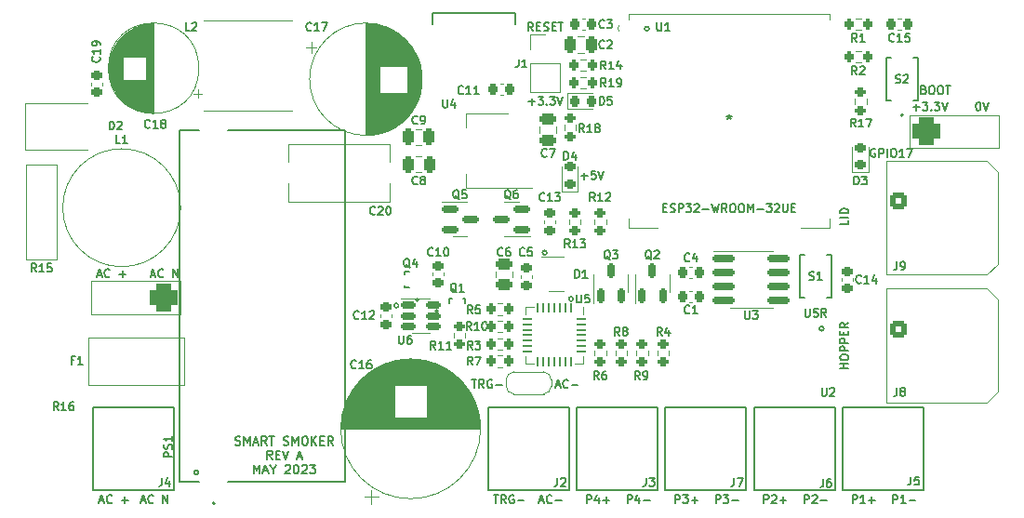
<source format=gto>
G04 #@! TF.GenerationSoftware,KiCad,Pcbnew,(6.0.11-0)*
G04 #@! TF.CreationDate,2023-06-01T20:29:29-06:00*
G04 #@! TF.ProjectId,Smart Smoker PCB,536d6172-7420-4536-9d6f-6b6572205043,rev?*
G04 #@! TF.SameCoordinates,Original*
G04 #@! TF.FileFunction,Legend,Top*
G04 #@! TF.FilePolarity,Positive*
%FSLAX46Y46*%
G04 Gerber Fmt 4.6, Leading zero omitted, Abs format (unit mm)*
G04 Created by KiCad (PCBNEW (6.0.11-0)) date 2023-06-01 20:29:29*
%MOMM*%
%LPD*%
G01*
G04 APERTURE LIST*
G04 Aperture macros list*
%AMRoundRect*
0 Rectangle with rounded corners*
0 $1 Rounding radius*
0 $2 $3 $4 $5 $6 $7 $8 $9 X,Y pos of 4 corners*
0 Add a 4 corners polygon primitive as box body*
4,1,4,$2,$3,$4,$5,$6,$7,$8,$9,$2,$3,0*
0 Add four circle primitives for the rounded corners*
1,1,$1+$1,$2,$3*
1,1,$1+$1,$4,$5*
1,1,$1+$1,$6,$7*
1,1,$1+$1,$8,$9*
0 Add four rect primitives between the rounded corners*
20,1,$1+$1,$2,$3,$4,$5,0*
20,1,$1+$1,$4,$5,$6,$7,0*
20,1,$1+$1,$6,$7,$8,$9,0*
20,1,$1+$1,$8,$9,$2,$3,0*%
%AMFreePoly0*
4,1,22,0.550000,-0.750000,0.000000,-0.750000,0.000000,-0.745033,-0.079941,-0.743568,-0.215256,-0.701293,-0.333266,-0.622738,-0.424486,-0.514219,-0.481581,-0.384460,-0.499164,-0.250000,-0.500000,-0.250000,-0.500000,0.250000,-0.499164,0.250000,-0.499963,0.256109,-0.478152,0.396186,-0.417904,0.524511,-0.324060,0.630769,-0.204165,0.706417,-0.067858,0.745374,0.000000,0.744959,0.000000,0.750000,
0.550000,0.750000,0.550000,-0.750000,0.550000,-0.750000,$1*%
%AMFreePoly1*
4,1,20,0.000000,0.744959,0.073905,0.744508,0.209726,0.703889,0.328688,0.626782,0.421226,0.519385,0.479903,0.390333,0.500000,0.250000,0.500000,-0.250000,0.499851,-0.262216,0.476331,-0.402017,0.414519,-0.529596,0.319384,-0.634700,0.198574,-0.708877,0.061801,-0.746166,0.000000,-0.745033,0.000000,-0.750000,-0.550000,-0.750000,-0.550000,0.750000,0.000000,0.750000,0.000000,0.744959,
0.000000,0.744959,$1*%
G04 Aperture macros list end*
%ADD10C,0.200000*%
%ADD11C,0.160000*%
%ADD12C,0.150000*%
%ADD13C,0.152400*%
%ADD14C,0.120000*%
%ADD15C,0.127000*%
%ADD16C,1.600200*%
%ADD17RoundRect,0.250000X-0.250000X-0.475000X0.250000X-0.475000X0.250000X0.475000X-0.250000X0.475000X0*%
%ADD18RoundRect,0.218750X0.256250X-0.218750X0.256250X0.218750X-0.256250X0.218750X-0.256250X-0.218750X0*%
%ADD19C,5.600000*%
%ADD20R,1.400000X0.950000*%
%ADD21RoundRect,0.150000X-0.825000X-0.150000X0.825000X-0.150000X0.825000X0.150000X-0.825000X0.150000X0*%
%ADD22RoundRect,0.218750X-0.218750X-0.256250X0.218750X-0.256250X0.218750X0.256250X-0.218750X0.256250X0*%
%ADD23RoundRect,0.225000X0.225000X0.250000X-0.225000X0.250000X-0.225000X-0.250000X0.225000X-0.250000X0*%
%ADD24R,1.498600X0.889000*%
%ADD25R,0.889000X1.498600*%
%ADD26R,0.889000X0.889000*%
%ADD27RoundRect,0.062500X-0.062500X0.337500X-0.062500X-0.337500X0.062500X-0.337500X0.062500X0.337500X0*%
%ADD28RoundRect,0.062500X-0.337500X0.062500X-0.337500X-0.062500X0.337500X-0.062500X0.337500X0.062500X0*%
%ADD29R,3.350000X3.350000*%
%ADD30RoundRect,0.200000X0.275000X-0.200000X0.275000X0.200000X-0.275000X0.200000X-0.275000X-0.200000X0*%
%ADD31RoundRect,0.250000X-0.475000X0.250000X-0.475000X-0.250000X0.475000X-0.250000X0.475000X0.250000X0*%
%ADD32FreePoly0,180.000000*%
%ADD33R,1.000000X1.500000*%
%ADD34FreePoly1,180.000000*%
%ADD35R,1.600200X1.600200*%
%ADD36RoundRect,0.225000X-0.250000X0.225000X-0.250000X-0.225000X0.250000X-0.225000X0.250000X0.225000X0*%
%ADD37RoundRect,0.200000X-0.200000X-0.275000X0.200000X-0.275000X0.200000X0.275000X-0.200000X0.275000X0*%
%ADD38RoundRect,0.225000X0.250000X-0.225000X0.250000X0.225000X-0.250000X0.225000X-0.250000X-0.225000X0*%
%ADD39RoundRect,0.150000X-0.512500X-0.150000X0.512500X-0.150000X0.512500X0.150000X-0.512500X0.150000X0*%
%ADD40RoundRect,0.225000X-0.225000X-0.250000X0.225000X-0.250000X0.225000X0.250000X-0.225000X0.250000X0*%
%ADD41C,2.600000*%
%ADD42R,2.400000X2.400000*%
%ADD43C,2.400000*%
%ADD44RoundRect,0.200000X-0.275000X0.200000X-0.275000X-0.200000X0.275000X-0.200000X0.275000X0.200000X0*%
%ADD45C,2.000000*%
%ADD46RoundRect,0.250000X0.250000X0.475000X-0.250000X0.475000X-0.250000X-0.475000X0.250000X-0.475000X0*%
%ADD47R,1.700000X1.700000*%
%ADD48O,1.700000X1.700000*%
%ADD49R,0.400000X1.350000*%
%ADD50C,1.450000*%
%ADD51R,1.500000X1.900000*%
%ADD52R,1.800000X1.900000*%
%ADD53O,0.800000X1.600000*%
%ADD54R,0.279400X0.660400*%
%ADD55R,0.381000X0.660400*%
%ADD56R,2.500000X2.300000*%
%ADD57R,1.600000X1.600000*%
%ADD58C,1.600000*%
%ADD59RoundRect,0.150000X0.150000X-0.512500X0.150000X0.512500X-0.150000X0.512500X-0.150000X-0.512500X0*%
%ADD60RoundRect,0.200000X0.200000X0.275000X-0.200000X0.275000X-0.200000X-0.275000X0.200000X-0.275000X0*%
%ADD61R,2.000000X1.500000*%
%ADD62R,2.000000X3.800000*%
%ADD63R,0.700000X1.000000*%
%ADD64R,0.700000X0.600000*%
%ADD65R,2.000000X2.000000*%
%ADD66R,1.800000X7.500000*%
%ADD67RoundRect,0.650000X0.650000X0.650000X-0.650000X0.650000X-0.650000X-0.650000X0.650000X-0.650000X0*%
%ADD68O,1.920000X3.840000*%
%ADD69C,3.000000*%
%ADD70RoundRect,0.250001X-0.499999X0.499999X-0.499999X-0.499999X0.499999X-0.499999X0.499999X0.499999X0*%
%ADD71C,1.500000*%
%ADD72RoundRect,0.150000X0.587500X0.150000X-0.587500X0.150000X-0.587500X-0.150000X0.587500X-0.150000X0*%
%ADD73RoundRect,0.150000X-0.587500X-0.150000X0.587500X-0.150000X0.587500X0.150000X-0.587500X0.150000X0*%
%ADD74R,0.660400X0.279400*%
%ADD75R,0.660400X0.381000*%
%ADD76R,0.558800X1.460500*%
%ADD77RoundRect,0.650000X-0.650000X-0.650000X0.650000X-0.650000X0.650000X0.650000X-0.650000X0.650000X0*%
G04 APERTURE END LIST*
D10*
X173600000Y-128700000D02*
G75*
G03*
X173600000Y-128700000I-200000J0D01*
G01*
X157700000Y-101400000D02*
G75*
G03*
X157700000Y-101400000I-200000J0D01*
G01*
X148400000Y-121800000D02*
G75*
G03*
X148400000Y-121800000I-200000J0D01*
G01*
X134900000Y-126600000D02*
G75*
G03*
X134900000Y-126600000I-200000J0D01*
G01*
X150800000Y-126000000D02*
G75*
G03*
X150800000Y-126000000I-200000J0D01*
G01*
X116700000Y-141800000D02*
G75*
G03*
X116700000Y-141800000I-200000J0D01*
G01*
D11*
X179919642Y-144589285D02*
X179919642Y-143839285D01*
X180205357Y-143839285D01*
X180276785Y-143875000D01*
X180312500Y-143910714D01*
X180348214Y-143982142D01*
X180348214Y-144089285D01*
X180312500Y-144160714D01*
X180276785Y-144196428D01*
X180205357Y-144232142D01*
X179919642Y-144232142D01*
X181062500Y-144589285D02*
X180633928Y-144589285D01*
X180848214Y-144589285D02*
X180848214Y-143839285D01*
X180776785Y-143946428D01*
X180705357Y-144017857D01*
X180633928Y-144053571D01*
X181383928Y-144303571D02*
X181955357Y-144303571D01*
X149232142Y-133875000D02*
X149589285Y-133875000D01*
X149160714Y-134089285D02*
X149410714Y-133339285D01*
X149660714Y-134089285D01*
X150339285Y-134017857D02*
X150303571Y-134053571D01*
X150196428Y-134089285D01*
X150125000Y-134089285D01*
X150017857Y-134053571D01*
X149946428Y-133982142D01*
X149910714Y-133910714D01*
X149875000Y-133767857D01*
X149875000Y-133660714D01*
X149910714Y-133517857D01*
X149946428Y-133446428D01*
X150017857Y-133375000D01*
X150125000Y-133339285D01*
X150196428Y-133339285D01*
X150303571Y-133375000D01*
X150339285Y-133410714D01*
X150660714Y-133803571D02*
X151232142Y-133803571D01*
X171857142Y-144589285D02*
X171857142Y-143839285D01*
X172142857Y-143839285D01*
X172214285Y-143875000D01*
X172250000Y-143910714D01*
X172285714Y-143982142D01*
X172285714Y-144089285D01*
X172250000Y-144160714D01*
X172214285Y-144196428D01*
X172142857Y-144232142D01*
X171857142Y-144232142D01*
X172571428Y-143910714D02*
X172607142Y-143875000D01*
X172678571Y-143839285D01*
X172857142Y-143839285D01*
X172928571Y-143875000D01*
X172964285Y-143910714D01*
X173000000Y-143982142D01*
X173000000Y-144053571D01*
X172964285Y-144160714D01*
X172535714Y-144589285D01*
X173000000Y-144589285D01*
X173321428Y-144303571D02*
X173892857Y-144303571D01*
X187642857Y-108089285D02*
X187714285Y-108089285D01*
X187785714Y-108125000D01*
X187821428Y-108160714D01*
X187857142Y-108232142D01*
X187892857Y-108375000D01*
X187892857Y-108553571D01*
X187857142Y-108696428D01*
X187821428Y-108767857D01*
X187785714Y-108803571D01*
X187714285Y-108839285D01*
X187642857Y-108839285D01*
X187571428Y-108803571D01*
X187535714Y-108767857D01*
X187500000Y-108696428D01*
X187464285Y-108553571D01*
X187464285Y-108375000D01*
X187500000Y-108232142D01*
X187535714Y-108160714D01*
X187571428Y-108125000D01*
X187642857Y-108089285D01*
X188107142Y-108089285D02*
X188357142Y-108839285D01*
X188607142Y-108089285D01*
X175839285Y-132321428D02*
X175089285Y-132321428D01*
X175446428Y-132321428D02*
X175446428Y-131892857D01*
X175839285Y-131892857D02*
X175089285Y-131892857D01*
X175089285Y-131392857D02*
X175089285Y-131250000D01*
X175125000Y-131178571D01*
X175196428Y-131107142D01*
X175339285Y-131071428D01*
X175589285Y-131071428D01*
X175732142Y-131107142D01*
X175803571Y-131178571D01*
X175839285Y-131250000D01*
X175839285Y-131392857D01*
X175803571Y-131464285D01*
X175732142Y-131535714D01*
X175589285Y-131571428D01*
X175339285Y-131571428D01*
X175196428Y-131535714D01*
X175125000Y-131464285D01*
X175089285Y-131392857D01*
X175839285Y-130750000D02*
X175089285Y-130750000D01*
X175089285Y-130464285D01*
X175125000Y-130392857D01*
X175160714Y-130357142D01*
X175232142Y-130321428D01*
X175339285Y-130321428D01*
X175410714Y-130357142D01*
X175446428Y-130392857D01*
X175482142Y-130464285D01*
X175482142Y-130750000D01*
X175839285Y-130000000D02*
X175089285Y-130000000D01*
X175089285Y-129714285D01*
X175125000Y-129642857D01*
X175160714Y-129607142D01*
X175232142Y-129571428D01*
X175339285Y-129571428D01*
X175410714Y-129607142D01*
X175446428Y-129642857D01*
X175482142Y-129714285D01*
X175482142Y-130000000D01*
X175446428Y-129250000D02*
X175446428Y-129000000D01*
X175839285Y-128892857D02*
X175839285Y-129250000D01*
X175089285Y-129250000D01*
X175089285Y-128892857D01*
X175839285Y-128142857D02*
X175482142Y-128392857D01*
X175839285Y-128571428D02*
X175089285Y-128571428D01*
X175089285Y-128285714D01*
X175125000Y-128214285D01*
X175160714Y-128178571D01*
X175232142Y-128142857D01*
X175339285Y-128142857D01*
X175410714Y-128178571D01*
X175446428Y-128214285D01*
X175482142Y-128285714D01*
X175482142Y-128571428D01*
X143571428Y-143839285D02*
X144000000Y-143839285D01*
X143785714Y-144589285D02*
X143785714Y-143839285D01*
X144678571Y-144589285D02*
X144428571Y-144232142D01*
X144250000Y-144589285D02*
X144250000Y-143839285D01*
X144535714Y-143839285D01*
X144607142Y-143875000D01*
X144642857Y-143910714D01*
X144678571Y-143982142D01*
X144678571Y-144089285D01*
X144642857Y-144160714D01*
X144607142Y-144196428D01*
X144535714Y-144232142D01*
X144250000Y-144232142D01*
X145392857Y-143875000D02*
X145321428Y-143839285D01*
X145214285Y-143839285D01*
X145107142Y-143875000D01*
X145035714Y-143946428D01*
X145000000Y-144017857D01*
X144964285Y-144160714D01*
X144964285Y-144267857D01*
X145000000Y-144410714D01*
X145035714Y-144482142D01*
X145107142Y-144553571D01*
X145214285Y-144589285D01*
X145285714Y-144589285D01*
X145392857Y-144553571D01*
X145428571Y-144517857D01*
X145428571Y-144267857D01*
X145285714Y-144267857D01*
X145750000Y-144303571D02*
X146321428Y-144303571D01*
X182732142Y-106946428D02*
X182839285Y-106982142D01*
X182875000Y-107017857D01*
X182910714Y-107089285D01*
X182910714Y-107196428D01*
X182875000Y-107267857D01*
X182839285Y-107303571D01*
X182767857Y-107339285D01*
X182482142Y-107339285D01*
X182482142Y-106589285D01*
X182732142Y-106589285D01*
X182803571Y-106625000D01*
X182839285Y-106660714D01*
X182875000Y-106732142D01*
X182875000Y-106803571D01*
X182839285Y-106875000D01*
X182803571Y-106910714D01*
X182732142Y-106946428D01*
X182482142Y-106946428D01*
X183375000Y-106589285D02*
X183517857Y-106589285D01*
X183589285Y-106625000D01*
X183660714Y-106696428D01*
X183696428Y-106839285D01*
X183696428Y-107089285D01*
X183660714Y-107232142D01*
X183589285Y-107303571D01*
X183517857Y-107339285D01*
X183375000Y-107339285D01*
X183303571Y-107303571D01*
X183232142Y-107232142D01*
X183196428Y-107089285D01*
X183196428Y-106839285D01*
X183232142Y-106696428D01*
X183303571Y-106625000D01*
X183375000Y-106589285D01*
X184160714Y-106589285D02*
X184303571Y-106589285D01*
X184375000Y-106625000D01*
X184446428Y-106696428D01*
X184482142Y-106839285D01*
X184482142Y-107089285D01*
X184446428Y-107232142D01*
X184375000Y-107303571D01*
X184303571Y-107339285D01*
X184160714Y-107339285D01*
X184089285Y-107303571D01*
X184017857Y-107232142D01*
X183982142Y-107089285D01*
X183982142Y-106839285D01*
X184017857Y-106696428D01*
X184089285Y-106625000D01*
X184160714Y-106589285D01*
X184696428Y-106589285D02*
X185125000Y-106589285D01*
X184910714Y-107339285D02*
X184910714Y-106589285D01*
X176232142Y-144589285D02*
X176232142Y-143839285D01*
X176517857Y-143839285D01*
X176589285Y-143875000D01*
X176625000Y-143910714D01*
X176660714Y-143982142D01*
X176660714Y-144089285D01*
X176625000Y-144160714D01*
X176589285Y-144196428D01*
X176517857Y-144232142D01*
X176232142Y-144232142D01*
X177375000Y-144589285D02*
X176946428Y-144589285D01*
X177160714Y-144589285D02*
X177160714Y-143839285D01*
X177089285Y-143946428D01*
X177017857Y-144017857D01*
X176946428Y-144053571D01*
X177696428Y-144303571D02*
X178267857Y-144303571D01*
X177982142Y-144589285D02*
X177982142Y-144017857D01*
X168169642Y-144589285D02*
X168169642Y-143839285D01*
X168455357Y-143839285D01*
X168526785Y-143875000D01*
X168562500Y-143910714D01*
X168598214Y-143982142D01*
X168598214Y-144089285D01*
X168562500Y-144160714D01*
X168526785Y-144196428D01*
X168455357Y-144232142D01*
X168169642Y-144232142D01*
X168883928Y-143910714D02*
X168919642Y-143875000D01*
X168991071Y-143839285D01*
X169169642Y-143839285D01*
X169241071Y-143875000D01*
X169276785Y-143910714D01*
X169312500Y-143982142D01*
X169312500Y-144053571D01*
X169276785Y-144160714D01*
X168848214Y-144589285D01*
X169312500Y-144589285D01*
X169633928Y-144303571D02*
X170205357Y-144303571D01*
X169919642Y-144589285D02*
X169919642Y-144017857D01*
X141571428Y-133339285D02*
X142000000Y-133339285D01*
X141785714Y-134089285D02*
X141785714Y-133339285D01*
X142678571Y-134089285D02*
X142428571Y-133732142D01*
X142250000Y-134089285D02*
X142250000Y-133339285D01*
X142535714Y-133339285D01*
X142607142Y-133375000D01*
X142642857Y-133410714D01*
X142678571Y-133482142D01*
X142678571Y-133589285D01*
X142642857Y-133660714D01*
X142607142Y-133696428D01*
X142535714Y-133732142D01*
X142250000Y-133732142D01*
X143392857Y-133375000D02*
X143321428Y-133339285D01*
X143214285Y-133339285D01*
X143107142Y-133375000D01*
X143035714Y-133446428D01*
X143000000Y-133517857D01*
X142964285Y-133660714D01*
X142964285Y-133767857D01*
X143000000Y-133910714D01*
X143035714Y-133982142D01*
X143107142Y-134053571D01*
X143214285Y-134089285D01*
X143285714Y-134089285D01*
X143392857Y-134053571D01*
X143428571Y-134017857D01*
X143428571Y-133767857D01*
X143285714Y-133767857D01*
X143750000Y-133803571D02*
X144321428Y-133803571D01*
X155732142Y-144589285D02*
X155732142Y-143839285D01*
X156017857Y-143839285D01*
X156089285Y-143875000D01*
X156125000Y-143910714D01*
X156160714Y-143982142D01*
X156160714Y-144089285D01*
X156125000Y-144160714D01*
X156089285Y-144196428D01*
X156017857Y-144232142D01*
X155732142Y-144232142D01*
X156803571Y-144089285D02*
X156803571Y-144589285D01*
X156625000Y-143803571D02*
X156446428Y-144339285D01*
X156910714Y-144339285D01*
X157196428Y-144303571D02*
X157767857Y-144303571D01*
X111455357Y-144375000D02*
X111812500Y-144375000D01*
X111383928Y-144589285D02*
X111633928Y-143839285D01*
X111883928Y-144589285D01*
X112562500Y-144517857D02*
X112526785Y-144553571D01*
X112419642Y-144589285D01*
X112348214Y-144589285D01*
X112241071Y-144553571D01*
X112169642Y-144482142D01*
X112133928Y-144410714D01*
X112098214Y-144267857D01*
X112098214Y-144160714D01*
X112133928Y-144017857D01*
X112169642Y-143946428D01*
X112241071Y-143875000D01*
X112348214Y-143839285D01*
X112419642Y-143839285D01*
X112526785Y-143875000D01*
X112562500Y-143910714D01*
X113455357Y-144589285D02*
X113455357Y-143839285D01*
X113883928Y-144589285D01*
X113883928Y-143839285D01*
X175839285Y-118821428D02*
X175839285Y-119178571D01*
X175089285Y-119178571D01*
X175839285Y-118571428D02*
X175089285Y-118571428D01*
X175839285Y-118214285D02*
X175089285Y-118214285D01*
X175089285Y-118035714D01*
X175125000Y-117928571D01*
X175196428Y-117857142D01*
X175267857Y-117821428D01*
X175410714Y-117785714D01*
X175517857Y-117785714D01*
X175660714Y-117821428D01*
X175732142Y-117857142D01*
X175803571Y-117928571D01*
X175839285Y-118035714D01*
X175839285Y-118214285D01*
X151535714Y-114803571D02*
X152107142Y-114803571D01*
X151821428Y-115089285D02*
X151821428Y-114517857D01*
X152821428Y-114339285D02*
X152464285Y-114339285D01*
X152428571Y-114696428D01*
X152464285Y-114660714D01*
X152535714Y-114625000D01*
X152714285Y-114625000D01*
X152785714Y-114660714D01*
X152821428Y-114696428D01*
X152857142Y-114767857D01*
X152857142Y-114946428D01*
X152821428Y-115017857D01*
X152785714Y-115053571D01*
X152714285Y-115089285D01*
X152535714Y-115089285D01*
X152464285Y-115053571D01*
X152428571Y-115017857D01*
X153071428Y-114339285D02*
X153321428Y-115089285D01*
X153571428Y-114339285D01*
X159000000Y-117696428D02*
X159250000Y-117696428D01*
X159357142Y-118089285D02*
X159000000Y-118089285D01*
X159000000Y-117339285D01*
X159357142Y-117339285D01*
X159642857Y-118053571D02*
X159750000Y-118089285D01*
X159928571Y-118089285D01*
X160000000Y-118053571D01*
X160035714Y-118017857D01*
X160071428Y-117946428D01*
X160071428Y-117875000D01*
X160035714Y-117803571D01*
X160000000Y-117767857D01*
X159928571Y-117732142D01*
X159785714Y-117696428D01*
X159714285Y-117660714D01*
X159678571Y-117625000D01*
X159642857Y-117553571D01*
X159642857Y-117482142D01*
X159678571Y-117410714D01*
X159714285Y-117375000D01*
X159785714Y-117339285D01*
X159964285Y-117339285D01*
X160071428Y-117375000D01*
X160392857Y-118089285D02*
X160392857Y-117339285D01*
X160678571Y-117339285D01*
X160750000Y-117375000D01*
X160785714Y-117410714D01*
X160821428Y-117482142D01*
X160821428Y-117589285D01*
X160785714Y-117660714D01*
X160750000Y-117696428D01*
X160678571Y-117732142D01*
X160392857Y-117732142D01*
X161071428Y-117339285D02*
X161535714Y-117339285D01*
X161285714Y-117625000D01*
X161392857Y-117625000D01*
X161464285Y-117660714D01*
X161500000Y-117696428D01*
X161535714Y-117767857D01*
X161535714Y-117946428D01*
X161500000Y-118017857D01*
X161464285Y-118053571D01*
X161392857Y-118089285D01*
X161178571Y-118089285D01*
X161107142Y-118053571D01*
X161071428Y-118017857D01*
X161821428Y-117410714D02*
X161857142Y-117375000D01*
X161928571Y-117339285D01*
X162107142Y-117339285D01*
X162178571Y-117375000D01*
X162214285Y-117410714D01*
X162250000Y-117482142D01*
X162250000Y-117553571D01*
X162214285Y-117660714D01*
X161785714Y-118089285D01*
X162250000Y-118089285D01*
X162571428Y-117803571D02*
X163142857Y-117803571D01*
X163428571Y-117339285D02*
X163607142Y-118089285D01*
X163750000Y-117553571D01*
X163892857Y-118089285D01*
X164071428Y-117339285D01*
X164785714Y-118089285D02*
X164535714Y-117732142D01*
X164357142Y-118089285D02*
X164357142Y-117339285D01*
X164642857Y-117339285D01*
X164714285Y-117375000D01*
X164750000Y-117410714D01*
X164785714Y-117482142D01*
X164785714Y-117589285D01*
X164750000Y-117660714D01*
X164714285Y-117696428D01*
X164642857Y-117732142D01*
X164357142Y-117732142D01*
X165250000Y-117339285D02*
X165392857Y-117339285D01*
X165464285Y-117375000D01*
X165535714Y-117446428D01*
X165571428Y-117589285D01*
X165571428Y-117839285D01*
X165535714Y-117982142D01*
X165464285Y-118053571D01*
X165392857Y-118089285D01*
X165250000Y-118089285D01*
X165178571Y-118053571D01*
X165107142Y-117982142D01*
X165071428Y-117839285D01*
X165071428Y-117589285D01*
X165107142Y-117446428D01*
X165178571Y-117375000D01*
X165250000Y-117339285D01*
X166035714Y-117339285D02*
X166178571Y-117339285D01*
X166250000Y-117375000D01*
X166321428Y-117446428D01*
X166357142Y-117589285D01*
X166357142Y-117839285D01*
X166321428Y-117982142D01*
X166250000Y-118053571D01*
X166178571Y-118089285D01*
X166035714Y-118089285D01*
X165964285Y-118053571D01*
X165892857Y-117982142D01*
X165857142Y-117839285D01*
X165857142Y-117589285D01*
X165892857Y-117446428D01*
X165964285Y-117375000D01*
X166035714Y-117339285D01*
X166678571Y-118089285D02*
X166678571Y-117339285D01*
X166928571Y-117875000D01*
X167178571Y-117339285D01*
X167178571Y-118089285D01*
X167535714Y-117803571D02*
X168107142Y-117803571D01*
X168392857Y-117339285D02*
X168857142Y-117339285D01*
X168607142Y-117625000D01*
X168714285Y-117625000D01*
X168785714Y-117660714D01*
X168821428Y-117696428D01*
X168857142Y-117767857D01*
X168857142Y-117946428D01*
X168821428Y-118017857D01*
X168785714Y-118053571D01*
X168714285Y-118089285D01*
X168500000Y-118089285D01*
X168428571Y-118053571D01*
X168392857Y-118017857D01*
X169142857Y-117410714D02*
X169178571Y-117375000D01*
X169250000Y-117339285D01*
X169428571Y-117339285D01*
X169500000Y-117375000D01*
X169535714Y-117410714D01*
X169571428Y-117482142D01*
X169571428Y-117553571D01*
X169535714Y-117660714D01*
X169107142Y-118089285D01*
X169571428Y-118089285D01*
X169892857Y-117339285D02*
X169892857Y-117946428D01*
X169928571Y-118017857D01*
X169964285Y-118053571D01*
X170035714Y-118089285D01*
X170178571Y-118089285D01*
X170250000Y-118053571D01*
X170285714Y-118017857D01*
X170321428Y-117946428D01*
X170321428Y-117339285D01*
X170678571Y-117696428D02*
X170928571Y-117696428D01*
X171035714Y-118089285D02*
X170678571Y-118089285D01*
X170678571Y-117339285D01*
X171035714Y-117339285D01*
X107496428Y-123825000D02*
X107853571Y-123825000D01*
X107425000Y-124039285D02*
X107675000Y-123289285D01*
X107925000Y-124039285D01*
X108603571Y-123967857D02*
X108567857Y-124003571D01*
X108460714Y-124039285D01*
X108389285Y-124039285D01*
X108282142Y-124003571D01*
X108210714Y-123932142D01*
X108175000Y-123860714D01*
X108139285Y-123717857D01*
X108139285Y-123610714D01*
X108175000Y-123467857D01*
X108210714Y-123396428D01*
X108282142Y-123325000D01*
X108389285Y-123289285D01*
X108460714Y-123289285D01*
X108567857Y-123325000D01*
X108603571Y-123360714D01*
X109496428Y-123753571D02*
X110067857Y-123753571D01*
X109782142Y-124039285D02*
X109782142Y-123467857D01*
X120042857Y-139285809D02*
X120157142Y-139323904D01*
X120347619Y-139323904D01*
X120423809Y-139285809D01*
X120461904Y-139247714D01*
X120500000Y-139171523D01*
X120500000Y-139095333D01*
X120461904Y-139019142D01*
X120423809Y-138981047D01*
X120347619Y-138942952D01*
X120195238Y-138904857D01*
X120119047Y-138866761D01*
X120080952Y-138828666D01*
X120042857Y-138752476D01*
X120042857Y-138676285D01*
X120080952Y-138600095D01*
X120119047Y-138562000D01*
X120195238Y-138523904D01*
X120385714Y-138523904D01*
X120500000Y-138562000D01*
X120842857Y-139323904D02*
X120842857Y-138523904D01*
X121109523Y-139095333D01*
X121376190Y-138523904D01*
X121376190Y-139323904D01*
X121719047Y-139095333D02*
X122100000Y-139095333D01*
X121642857Y-139323904D02*
X121909523Y-138523904D01*
X122176190Y-139323904D01*
X122900000Y-139323904D02*
X122633333Y-138942952D01*
X122442857Y-139323904D02*
X122442857Y-138523904D01*
X122747619Y-138523904D01*
X122823809Y-138562000D01*
X122861904Y-138600095D01*
X122900000Y-138676285D01*
X122900000Y-138790571D01*
X122861904Y-138866761D01*
X122823809Y-138904857D01*
X122747619Y-138942952D01*
X122442857Y-138942952D01*
X123128571Y-138523904D02*
X123585714Y-138523904D01*
X123357142Y-139323904D02*
X123357142Y-138523904D01*
X124423809Y-139285809D02*
X124538095Y-139323904D01*
X124728571Y-139323904D01*
X124804761Y-139285809D01*
X124842857Y-139247714D01*
X124880952Y-139171523D01*
X124880952Y-139095333D01*
X124842857Y-139019142D01*
X124804761Y-138981047D01*
X124728571Y-138942952D01*
X124576190Y-138904857D01*
X124500000Y-138866761D01*
X124461904Y-138828666D01*
X124423809Y-138752476D01*
X124423809Y-138676285D01*
X124461904Y-138600095D01*
X124500000Y-138562000D01*
X124576190Y-138523904D01*
X124766666Y-138523904D01*
X124880952Y-138562000D01*
X125223809Y-139323904D02*
X125223809Y-138523904D01*
X125490476Y-139095333D01*
X125757142Y-138523904D01*
X125757142Y-139323904D01*
X126290476Y-138523904D02*
X126442857Y-138523904D01*
X126519047Y-138562000D01*
X126595238Y-138638190D01*
X126633333Y-138790571D01*
X126633333Y-139057238D01*
X126595238Y-139209619D01*
X126519047Y-139285809D01*
X126442857Y-139323904D01*
X126290476Y-139323904D01*
X126214285Y-139285809D01*
X126138095Y-139209619D01*
X126100000Y-139057238D01*
X126100000Y-138790571D01*
X126138095Y-138638190D01*
X126214285Y-138562000D01*
X126290476Y-138523904D01*
X126976190Y-139323904D02*
X126976190Y-138523904D01*
X127433333Y-139323904D02*
X127090476Y-138866761D01*
X127433333Y-138523904D02*
X126976190Y-138981047D01*
X127776190Y-138904857D02*
X128042857Y-138904857D01*
X128157142Y-139323904D02*
X127776190Y-139323904D01*
X127776190Y-138523904D01*
X128157142Y-138523904D01*
X128957142Y-139323904D02*
X128690476Y-138942952D01*
X128500000Y-139323904D02*
X128500000Y-138523904D01*
X128804761Y-138523904D01*
X128880952Y-138562000D01*
X128919047Y-138600095D01*
X128957142Y-138676285D01*
X128957142Y-138790571D01*
X128919047Y-138866761D01*
X128880952Y-138904857D01*
X128804761Y-138942952D01*
X128500000Y-138942952D01*
X123395238Y-140611904D02*
X123128571Y-140230952D01*
X122938095Y-140611904D02*
X122938095Y-139811904D01*
X123242857Y-139811904D01*
X123319047Y-139850000D01*
X123357142Y-139888095D01*
X123395238Y-139964285D01*
X123395238Y-140078571D01*
X123357142Y-140154761D01*
X123319047Y-140192857D01*
X123242857Y-140230952D01*
X122938095Y-140230952D01*
X123738095Y-140192857D02*
X124004761Y-140192857D01*
X124119047Y-140611904D02*
X123738095Y-140611904D01*
X123738095Y-139811904D01*
X124119047Y-139811904D01*
X124347619Y-139811904D02*
X124614285Y-140611904D01*
X124880952Y-139811904D01*
X125719047Y-140383333D02*
X126100000Y-140383333D01*
X125642857Y-140611904D02*
X125909523Y-139811904D01*
X126176190Y-140611904D01*
X121719047Y-141899904D02*
X121719047Y-141099904D01*
X121985714Y-141671333D01*
X122252380Y-141099904D01*
X122252380Y-141899904D01*
X122595238Y-141671333D02*
X122976190Y-141671333D01*
X122519047Y-141899904D02*
X122785714Y-141099904D01*
X123052380Y-141899904D01*
X123471428Y-141518952D02*
X123471428Y-141899904D01*
X123204761Y-141099904D02*
X123471428Y-141518952D01*
X123738095Y-141099904D01*
X124576190Y-141176095D02*
X124614285Y-141138000D01*
X124690476Y-141099904D01*
X124880952Y-141099904D01*
X124957142Y-141138000D01*
X124995238Y-141176095D01*
X125033333Y-141252285D01*
X125033333Y-141328476D01*
X124995238Y-141442761D01*
X124538095Y-141899904D01*
X125033333Y-141899904D01*
X125528571Y-141099904D02*
X125604761Y-141099904D01*
X125680952Y-141138000D01*
X125719047Y-141176095D01*
X125757142Y-141252285D01*
X125795238Y-141404666D01*
X125795238Y-141595142D01*
X125757142Y-141747523D01*
X125719047Y-141823714D01*
X125680952Y-141861809D01*
X125604761Y-141899904D01*
X125528571Y-141899904D01*
X125452380Y-141861809D01*
X125414285Y-141823714D01*
X125376190Y-141747523D01*
X125338095Y-141595142D01*
X125338095Y-141404666D01*
X125376190Y-141252285D01*
X125414285Y-141176095D01*
X125452380Y-141138000D01*
X125528571Y-141099904D01*
X126100000Y-141176095D02*
X126138095Y-141138000D01*
X126214285Y-141099904D01*
X126404761Y-141099904D01*
X126480952Y-141138000D01*
X126519047Y-141176095D01*
X126557142Y-141252285D01*
X126557142Y-141328476D01*
X126519047Y-141442761D01*
X126061904Y-141899904D01*
X126557142Y-141899904D01*
X126823809Y-141099904D02*
X127319047Y-141099904D01*
X127052380Y-141404666D01*
X127166666Y-141404666D01*
X127242857Y-141442761D01*
X127280952Y-141480857D01*
X127319047Y-141557047D01*
X127319047Y-141747523D01*
X127280952Y-141823714D01*
X127242857Y-141861809D01*
X127166666Y-141899904D01*
X126938095Y-141899904D01*
X126861904Y-141861809D01*
X126823809Y-141823714D01*
X107696428Y-144375000D02*
X108053571Y-144375000D01*
X107625000Y-144589285D02*
X107875000Y-143839285D01*
X108125000Y-144589285D01*
X108803571Y-144517857D02*
X108767857Y-144553571D01*
X108660714Y-144589285D01*
X108589285Y-144589285D01*
X108482142Y-144553571D01*
X108410714Y-144482142D01*
X108375000Y-144410714D01*
X108339285Y-144267857D01*
X108339285Y-144160714D01*
X108375000Y-144017857D01*
X108410714Y-143946428D01*
X108482142Y-143875000D01*
X108589285Y-143839285D01*
X108660714Y-143839285D01*
X108767857Y-143875000D01*
X108803571Y-143910714D01*
X109696428Y-144303571D02*
X110267857Y-144303571D01*
X109982142Y-144589285D02*
X109982142Y-144017857D01*
X146750000Y-108053571D02*
X147321428Y-108053571D01*
X147035714Y-108339285D02*
X147035714Y-107767857D01*
X147607142Y-107589285D02*
X148071428Y-107589285D01*
X147821428Y-107875000D01*
X147928571Y-107875000D01*
X148000000Y-107910714D01*
X148035714Y-107946428D01*
X148071428Y-108017857D01*
X148071428Y-108196428D01*
X148035714Y-108267857D01*
X148000000Y-108303571D01*
X147928571Y-108339285D01*
X147714285Y-108339285D01*
X147642857Y-108303571D01*
X147607142Y-108267857D01*
X148392857Y-108267857D02*
X148428571Y-108303571D01*
X148392857Y-108339285D01*
X148357142Y-108303571D01*
X148392857Y-108267857D01*
X148392857Y-108339285D01*
X148678571Y-107589285D02*
X149142857Y-107589285D01*
X148892857Y-107875000D01*
X149000000Y-107875000D01*
X149071428Y-107910714D01*
X149107142Y-107946428D01*
X149142857Y-108017857D01*
X149142857Y-108196428D01*
X149107142Y-108267857D01*
X149071428Y-108303571D01*
X149000000Y-108339285D01*
X148785714Y-108339285D01*
X148714285Y-108303571D01*
X148678571Y-108267857D01*
X149357142Y-107589285D02*
X149607142Y-108339285D01*
X149857142Y-107589285D01*
X147160714Y-101589285D02*
X146910714Y-101232142D01*
X146732142Y-101589285D02*
X146732142Y-100839285D01*
X147017857Y-100839285D01*
X147089285Y-100875000D01*
X147125000Y-100910714D01*
X147160714Y-100982142D01*
X147160714Y-101089285D01*
X147125000Y-101160714D01*
X147089285Y-101196428D01*
X147017857Y-101232142D01*
X146732142Y-101232142D01*
X147482142Y-101196428D02*
X147732142Y-101196428D01*
X147839285Y-101589285D02*
X147482142Y-101589285D01*
X147482142Y-100839285D01*
X147839285Y-100839285D01*
X148125000Y-101553571D02*
X148232142Y-101589285D01*
X148410714Y-101589285D01*
X148482142Y-101553571D01*
X148517857Y-101517857D01*
X148553571Y-101446428D01*
X148553571Y-101375000D01*
X148517857Y-101303571D01*
X148482142Y-101267857D01*
X148410714Y-101232142D01*
X148267857Y-101196428D01*
X148196428Y-101160714D01*
X148160714Y-101125000D01*
X148125000Y-101053571D01*
X148125000Y-100982142D01*
X148160714Y-100910714D01*
X148196428Y-100875000D01*
X148267857Y-100839285D01*
X148446428Y-100839285D01*
X148553571Y-100875000D01*
X148875000Y-101196428D02*
X149125000Y-101196428D01*
X149232142Y-101589285D02*
X148875000Y-101589285D01*
X148875000Y-100839285D01*
X149232142Y-100839285D01*
X149446428Y-100839285D02*
X149875000Y-100839285D01*
X149660714Y-101589285D02*
X149660714Y-100839285D01*
X163794642Y-144589285D02*
X163794642Y-143839285D01*
X164080357Y-143839285D01*
X164151785Y-143875000D01*
X164187500Y-143910714D01*
X164223214Y-143982142D01*
X164223214Y-144089285D01*
X164187500Y-144160714D01*
X164151785Y-144196428D01*
X164080357Y-144232142D01*
X163794642Y-144232142D01*
X164473214Y-143839285D02*
X164937500Y-143839285D01*
X164687500Y-144125000D01*
X164794642Y-144125000D01*
X164866071Y-144160714D01*
X164901785Y-144196428D01*
X164937500Y-144267857D01*
X164937500Y-144446428D01*
X164901785Y-144517857D01*
X164866071Y-144553571D01*
X164794642Y-144589285D01*
X164580357Y-144589285D01*
X164508928Y-144553571D01*
X164473214Y-144517857D01*
X165258928Y-144303571D02*
X165830357Y-144303571D01*
X160107142Y-144589285D02*
X160107142Y-143839285D01*
X160392857Y-143839285D01*
X160464285Y-143875000D01*
X160500000Y-143910714D01*
X160535714Y-143982142D01*
X160535714Y-144089285D01*
X160500000Y-144160714D01*
X160464285Y-144196428D01*
X160392857Y-144232142D01*
X160107142Y-144232142D01*
X160785714Y-143839285D02*
X161250000Y-143839285D01*
X161000000Y-144125000D01*
X161107142Y-144125000D01*
X161178571Y-144160714D01*
X161214285Y-144196428D01*
X161250000Y-144267857D01*
X161250000Y-144446428D01*
X161214285Y-144517857D01*
X161178571Y-144553571D01*
X161107142Y-144589285D01*
X160892857Y-144589285D01*
X160821428Y-144553571D01*
X160785714Y-144517857D01*
X161571428Y-144303571D02*
X162142857Y-144303571D01*
X161857142Y-144589285D02*
X161857142Y-144017857D01*
X152044642Y-144589285D02*
X152044642Y-143839285D01*
X152330357Y-143839285D01*
X152401785Y-143875000D01*
X152437500Y-143910714D01*
X152473214Y-143982142D01*
X152473214Y-144089285D01*
X152437500Y-144160714D01*
X152401785Y-144196428D01*
X152330357Y-144232142D01*
X152044642Y-144232142D01*
X153116071Y-144089285D02*
X153116071Y-144589285D01*
X152937500Y-143803571D02*
X152758928Y-144339285D01*
X153223214Y-144339285D01*
X153508928Y-144303571D02*
X154080357Y-144303571D01*
X153794642Y-144589285D02*
X153794642Y-144017857D01*
X147732142Y-144375000D02*
X148089285Y-144375000D01*
X147660714Y-144589285D02*
X147910714Y-143839285D01*
X148160714Y-144589285D01*
X148839285Y-144517857D02*
X148803571Y-144553571D01*
X148696428Y-144589285D01*
X148625000Y-144589285D01*
X148517857Y-144553571D01*
X148446428Y-144482142D01*
X148410714Y-144410714D01*
X148375000Y-144267857D01*
X148375000Y-144160714D01*
X148410714Y-144017857D01*
X148446428Y-143946428D01*
X148517857Y-143875000D01*
X148625000Y-143839285D01*
X148696428Y-143839285D01*
X148803571Y-143875000D01*
X148839285Y-143910714D01*
X149160714Y-144303571D02*
X149732142Y-144303571D01*
X171913571Y-126876785D02*
X171913571Y-127483928D01*
X171949285Y-127555357D01*
X171985000Y-127591071D01*
X172056428Y-127626785D01*
X172199285Y-127626785D01*
X172270714Y-127591071D01*
X172306428Y-127555357D01*
X172342142Y-127483928D01*
X172342142Y-126876785D01*
X172663571Y-127591071D02*
X172770714Y-127626785D01*
X172949285Y-127626785D01*
X173020714Y-127591071D01*
X173056428Y-127555357D01*
X173092142Y-127483928D01*
X173092142Y-127412500D01*
X173056428Y-127341071D01*
X173020714Y-127305357D01*
X172949285Y-127269642D01*
X172806428Y-127233928D01*
X172735000Y-127198214D01*
X172699285Y-127162500D01*
X172663571Y-127091071D01*
X172663571Y-127019642D01*
X172699285Y-126948214D01*
X172735000Y-126912500D01*
X172806428Y-126876785D01*
X172985000Y-126876785D01*
X173092142Y-126912500D01*
X173842142Y-127626785D02*
X173592142Y-127269642D01*
X173413571Y-127626785D02*
X173413571Y-126876785D01*
X173699285Y-126876785D01*
X173770714Y-126912500D01*
X173806428Y-126948214D01*
X173842142Y-127019642D01*
X173842142Y-127126785D01*
X173806428Y-127198214D01*
X173770714Y-127233928D01*
X173699285Y-127269642D01*
X173413571Y-127269642D01*
X181750000Y-108553571D02*
X182321428Y-108553571D01*
X182035714Y-108839285D02*
X182035714Y-108267857D01*
X182607142Y-108089285D02*
X183071428Y-108089285D01*
X182821428Y-108375000D01*
X182928571Y-108375000D01*
X183000000Y-108410714D01*
X183035714Y-108446428D01*
X183071428Y-108517857D01*
X183071428Y-108696428D01*
X183035714Y-108767857D01*
X183000000Y-108803571D01*
X182928571Y-108839285D01*
X182714285Y-108839285D01*
X182642857Y-108803571D01*
X182607142Y-108767857D01*
X183392857Y-108767857D02*
X183428571Y-108803571D01*
X183392857Y-108839285D01*
X183357142Y-108803571D01*
X183392857Y-108767857D01*
X183392857Y-108839285D01*
X183678571Y-108089285D02*
X184142857Y-108089285D01*
X183892857Y-108375000D01*
X184000000Y-108375000D01*
X184071428Y-108410714D01*
X184107142Y-108446428D01*
X184142857Y-108517857D01*
X184142857Y-108696428D01*
X184107142Y-108767857D01*
X184071428Y-108803571D01*
X184000000Y-108839285D01*
X183785714Y-108839285D01*
X183714285Y-108803571D01*
X183678571Y-108767857D01*
X184357142Y-108089285D02*
X184607142Y-108839285D01*
X184857142Y-108089285D01*
X178285714Y-112375000D02*
X178214285Y-112339285D01*
X178107142Y-112339285D01*
X178000000Y-112375000D01*
X177928571Y-112446428D01*
X177892857Y-112517857D01*
X177857142Y-112660714D01*
X177857142Y-112767857D01*
X177892857Y-112910714D01*
X177928571Y-112982142D01*
X178000000Y-113053571D01*
X178107142Y-113089285D01*
X178178571Y-113089285D01*
X178285714Y-113053571D01*
X178321428Y-113017857D01*
X178321428Y-112767857D01*
X178178571Y-112767857D01*
X178642857Y-113089285D02*
X178642857Y-112339285D01*
X178928571Y-112339285D01*
X179000000Y-112375000D01*
X179035714Y-112410714D01*
X179071428Y-112482142D01*
X179071428Y-112589285D01*
X179035714Y-112660714D01*
X179000000Y-112696428D01*
X178928571Y-112732142D01*
X178642857Y-112732142D01*
X179392857Y-113089285D02*
X179392857Y-112339285D01*
X179892857Y-112339285D02*
X180035714Y-112339285D01*
X180107142Y-112375000D01*
X180178571Y-112446428D01*
X180214285Y-112589285D01*
X180214285Y-112839285D01*
X180178571Y-112982142D01*
X180107142Y-113053571D01*
X180035714Y-113089285D01*
X179892857Y-113089285D01*
X179821428Y-113053571D01*
X179750000Y-112982142D01*
X179714285Y-112839285D01*
X179714285Y-112589285D01*
X179750000Y-112446428D01*
X179821428Y-112375000D01*
X179892857Y-112339285D01*
X180928571Y-113089285D02*
X180500000Y-113089285D01*
X180714285Y-113089285D02*
X180714285Y-112339285D01*
X180642857Y-112446428D01*
X180571428Y-112517857D01*
X180500000Y-112553571D01*
X181178571Y-112339285D02*
X181678571Y-112339285D01*
X181357142Y-113089285D01*
X112367857Y-123825000D02*
X112725000Y-123825000D01*
X112296428Y-124039285D02*
X112546428Y-123289285D01*
X112796428Y-124039285D01*
X113475000Y-123967857D02*
X113439285Y-124003571D01*
X113332142Y-124039285D01*
X113260714Y-124039285D01*
X113153571Y-124003571D01*
X113082142Y-123932142D01*
X113046428Y-123860714D01*
X113010714Y-123717857D01*
X113010714Y-123610714D01*
X113046428Y-123467857D01*
X113082142Y-123396428D01*
X113153571Y-123325000D01*
X113260714Y-123289285D01*
X113332142Y-123289285D01*
X113439285Y-123325000D01*
X113475000Y-123360714D01*
X114367857Y-124039285D02*
X114367857Y-123289285D01*
X114796428Y-124039285D01*
X114796428Y-123289285D01*
D12*
X181550000Y-142189285D02*
X181550000Y-142725000D01*
X181514285Y-142832142D01*
X181442857Y-142903571D01*
X181335714Y-142939285D01*
X181264285Y-142939285D01*
X182264285Y-142189285D02*
X181907142Y-142189285D01*
X181871428Y-142546428D01*
X181907142Y-142510714D01*
X181978571Y-142475000D01*
X182157142Y-142475000D01*
X182228571Y-142510714D01*
X182264285Y-142546428D01*
X182300000Y-142617857D01*
X182300000Y-142796428D01*
X182264285Y-142867857D01*
X182228571Y-142903571D01*
X182157142Y-142939285D01*
X181978571Y-142939285D01*
X181907142Y-142903571D01*
X181871428Y-142867857D01*
X173550000Y-142389285D02*
X173550000Y-142925000D01*
X173514285Y-143032142D01*
X173442857Y-143103571D01*
X173335714Y-143139285D01*
X173264285Y-143139285D01*
X174228571Y-142389285D02*
X174085714Y-142389285D01*
X174014285Y-142425000D01*
X173978571Y-142460714D01*
X173907142Y-142567857D01*
X173871428Y-142710714D01*
X173871428Y-142996428D01*
X173907142Y-143067857D01*
X173942857Y-143103571D01*
X174014285Y-143139285D01*
X174157142Y-143139285D01*
X174228571Y-143103571D01*
X174264285Y-143067857D01*
X174300000Y-142996428D01*
X174300000Y-142817857D01*
X174264285Y-142746428D01*
X174228571Y-142710714D01*
X174157142Y-142675000D01*
X174014285Y-142675000D01*
X173942857Y-142710714D01*
X173907142Y-142746428D01*
X173871428Y-142817857D01*
X165450000Y-142289285D02*
X165450000Y-142825000D01*
X165414285Y-142932142D01*
X165342857Y-143003571D01*
X165235714Y-143039285D01*
X165164285Y-143039285D01*
X165735714Y-142289285D02*
X166235714Y-142289285D01*
X165914285Y-143039285D01*
X157450000Y-142289285D02*
X157450000Y-142825000D01*
X157414285Y-142932142D01*
X157342857Y-143003571D01*
X157235714Y-143039285D01*
X157164285Y-143039285D01*
X157735714Y-142289285D02*
X158200000Y-142289285D01*
X157950000Y-142575000D01*
X158057142Y-142575000D01*
X158128571Y-142610714D01*
X158164285Y-142646428D01*
X158200000Y-142717857D01*
X158200000Y-142896428D01*
X158164285Y-142967857D01*
X158128571Y-143003571D01*
X158057142Y-143039285D01*
X157842857Y-143039285D01*
X157771428Y-143003571D01*
X157735714Y-142967857D01*
X149350000Y-142289285D02*
X149350000Y-142825000D01*
X149314285Y-142932142D01*
X149242857Y-143003571D01*
X149135714Y-143039285D01*
X149064285Y-143039285D01*
X149671428Y-142360714D02*
X149707142Y-142325000D01*
X149778571Y-142289285D01*
X149957142Y-142289285D01*
X150028571Y-142325000D01*
X150064285Y-142360714D01*
X150100000Y-142432142D01*
X150100000Y-142503571D01*
X150064285Y-142610714D01*
X149635714Y-143039285D01*
X150100000Y-143039285D01*
X113350000Y-142289285D02*
X113350000Y-142825000D01*
X113314285Y-142932142D01*
X113242857Y-143003571D01*
X113135714Y-143039285D01*
X113064285Y-143039285D01*
X114028571Y-142539285D02*
X114028571Y-143039285D01*
X113850000Y-142253571D02*
X113671428Y-142789285D01*
X114135714Y-142789285D01*
X153625000Y-103132857D02*
X153589285Y-103168571D01*
X153482142Y-103204285D01*
X153410714Y-103204285D01*
X153303571Y-103168571D01*
X153232142Y-103097142D01*
X153196428Y-103025714D01*
X153160714Y-102882857D01*
X153160714Y-102775714D01*
X153196428Y-102632857D01*
X153232142Y-102561428D01*
X153303571Y-102490000D01*
X153410714Y-102454285D01*
X153482142Y-102454285D01*
X153589285Y-102490000D01*
X153625000Y-102525714D01*
X153910714Y-102525714D02*
X153946428Y-102490000D01*
X154017857Y-102454285D01*
X154196428Y-102454285D01*
X154267857Y-102490000D01*
X154303571Y-102525714D01*
X154339285Y-102597142D01*
X154339285Y-102668571D01*
X154303571Y-102775714D01*
X153875000Y-103204285D01*
X154339285Y-103204285D01*
X149946428Y-113339285D02*
X149946428Y-112589285D01*
X150125000Y-112589285D01*
X150232142Y-112625000D01*
X150303571Y-112696428D01*
X150339285Y-112767857D01*
X150375000Y-112910714D01*
X150375000Y-113017857D01*
X150339285Y-113160714D01*
X150303571Y-113232142D01*
X150232142Y-113303571D01*
X150125000Y-113339285D01*
X149946428Y-113339285D01*
X151017857Y-112839285D02*
X151017857Y-113339285D01*
X150839285Y-112553571D02*
X150660714Y-113089285D01*
X151125000Y-113089285D01*
X172288571Y-124241071D02*
X172395714Y-124276785D01*
X172574285Y-124276785D01*
X172645714Y-124241071D01*
X172681428Y-124205357D01*
X172717142Y-124133928D01*
X172717142Y-124062500D01*
X172681428Y-123991071D01*
X172645714Y-123955357D01*
X172574285Y-123919642D01*
X172431428Y-123883928D01*
X172360000Y-123848214D01*
X172324285Y-123812500D01*
X172288571Y-123741071D01*
X172288571Y-123669642D01*
X172324285Y-123598214D01*
X172360000Y-123562500D01*
X172431428Y-123526785D01*
X172610000Y-123526785D01*
X172717142Y-123562500D01*
X173431428Y-124276785D02*
X173002857Y-124276785D01*
X173217142Y-124276785D02*
X173217142Y-123526785D01*
X173145714Y-123633928D01*
X173074285Y-123705357D01*
X173002857Y-123741071D01*
X166428571Y-127089285D02*
X166428571Y-127696428D01*
X166464285Y-127767857D01*
X166500000Y-127803571D01*
X166571428Y-127839285D01*
X166714285Y-127839285D01*
X166785714Y-127803571D01*
X166821428Y-127767857D01*
X166857142Y-127696428D01*
X166857142Y-127089285D01*
X167142857Y-127089285D02*
X167607142Y-127089285D01*
X167357142Y-127375000D01*
X167464285Y-127375000D01*
X167535714Y-127410714D01*
X167571428Y-127446428D01*
X167607142Y-127517857D01*
X167607142Y-127696428D01*
X167571428Y-127767857D01*
X167535714Y-127803571D01*
X167464285Y-127839285D01*
X167250000Y-127839285D01*
X167178571Y-127803571D01*
X167142857Y-127767857D01*
X153196428Y-108339285D02*
X153196428Y-107589285D01*
X153375000Y-107589285D01*
X153482142Y-107625000D01*
X153553571Y-107696428D01*
X153589285Y-107767857D01*
X153625000Y-107910714D01*
X153625000Y-108017857D01*
X153589285Y-108160714D01*
X153553571Y-108232142D01*
X153482142Y-108303571D01*
X153375000Y-108339285D01*
X153196428Y-108339285D01*
X154303571Y-107589285D02*
X153946428Y-107589285D01*
X153910714Y-107946428D01*
X153946428Y-107910714D01*
X154017857Y-107875000D01*
X154196428Y-107875000D01*
X154267857Y-107910714D01*
X154303571Y-107946428D01*
X154339285Y-108017857D01*
X154339285Y-108196428D01*
X154303571Y-108267857D01*
X154267857Y-108303571D01*
X154196428Y-108339285D01*
X154017857Y-108339285D01*
X153946428Y-108303571D01*
X153910714Y-108267857D01*
X161375000Y-127267857D02*
X161339285Y-127303571D01*
X161232142Y-127339285D01*
X161160714Y-127339285D01*
X161053571Y-127303571D01*
X160982142Y-127232142D01*
X160946428Y-127160714D01*
X160910714Y-127017857D01*
X160910714Y-126910714D01*
X160946428Y-126767857D01*
X160982142Y-126696428D01*
X161053571Y-126625000D01*
X161160714Y-126589285D01*
X161232142Y-126589285D01*
X161339285Y-126625000D01*
X161375000Y-126660714D01*
X162089285Y-127339285D02*
X161660714Y-127339285D01*
X161875000Y-127339285D02*
X161875000Y-126589285D01*
X161803571Y-126696428D01*
X161732142Y-126767857D01*
X161660714Y-126803571D01*
X158428571Y-100839285D02*
X158428571Y-101446428D01*
X158464285Y-101517857D01*
X158500000Y-101553571D01*
X158571428Y-101589285D01*
X158714285Y-101589285D01*
X158785714Y-101553571D01*
X158821428Y-101517857D01*
X158857142Y-101446428D01*
X158857142Y-100839285D01*
X159607142Y-101589285D02*
X159178571Y-101589285D01*
X159392857Y-101589285D02*
X159392857Y-100839285D01*
X159321428Y-100946428D01*
X159250000Y-101017857D01*
X159178571Y-101053571D01*
D11*
X165000000Y-109235444D02*
X165000000Y-109473540D01*
X164761904Y-109378302D02*
X165000000Y-109473540D01*
X165238095Y-109378302D01*
X164857142Y-109664016D02*
X165000000Y-109473540D01*
X165142857Y-109664016D01*
D12*
X151105235Y-125589285D02*
X151105235Y-126196428D01*
X151140949Y-126267857D01*
X151176664Y-126303571D01*
X151248092Y-126339285D01*
X151390949Y-126339285D01*
X151462378Y-126303571D01*
X151498092Y-126267857D01*
X151533806Y-126196428D01*
X151533806Y-125589285D01*
X152248092Y-125589285D02*
X151890949Y-125589285D01*
X151855235Y-125946428D01*
X151890949Y-125910714D01*
X151962378Y-125875000D01*
X152140949Y-125875000D01*
X152212378Y-125910714D01*
X152248092Y-125946428D01*
X152283806Y-126017857D01*
X152283806Y-126196428D01*
X152248092Y-126267857D01*
X152212378Y-126303571D01*
X152140949Y-126339285D01*
X151962378Y-126339285D01*
X151890949Y-126303571D01*
X151855235Y-126267857D01*
X150482853Y-121339285D02*
X150232853Y-120982142D01*
X150054281Y-121339285D02*
X150054281Y-120589285D01*
X150339996Y-120589285D01*
X150411424Y-120625000D01*
X150447138Y-120660714D01*
X150482853Y-120732142D01*
X150482853Y-120839285D01*
X150447138Y-120910714D01*
X150411424Y-120946428D01*
X150339996Y-120982142D01*
X150054281Y-120982142D01*
X151197138Y-121339285D02*
X150768567Y-121339285D01*
X150982853Y-121339285D02*
X150982853Y-120589285D01*
X150911424Y-120696428D01*
X150839996Y-120767857D01*
X150768567Y-120803571D01*
X151447138Y-120589285D02*
X151911424Y-120589285D01*
X151661424Y-120875000D01*
X151768567Y-120875000D01*
X151839996Y-120910714D01*
X151875710Y-120946428D01*
X151911424Y-121017857D01*
X151911424Y-121196428D01*
X151875710Y-121267857D01*
X151839996Y-121303571D01*
X151768567Y-121339285D01*
X151554281Y-121339285D01*
X151482853Y-121303571D01*
X151447138Y-121267857D01*
X144375000Y-122017857D02*
X144339285Y-122053571D01*
X144232142Y-122089285D01*
X144160714Y-122089285D01*
X144053571Y-122053571D01*
X143982142Y-121982142D01*
X143946428Y-121910714D01*
X143910714Y-121767857D01*
X143910714Y-121660714D01*
X143946428Y-121517857D01*
X143982142Y-121446428D01*
X144053571Y-121375000D01*
X144160714Y-121339285D01*
X144232142Y-121339285D01*
X144339285Y-121375000D01*
X144375000Y-121410714D01*
X145017857Y-121339285D02*
X144875000Y-121339285D01*
X144803571Y-121375000D01*
X144767857Y-121410714D01*
X144696428Y-121517857D01*
X144660714Y-121660714D01*
X144660714Y-121946428D01*
X144696428Y-122017857D01*
X144732142Y-122053571D01*
X144803571Y-122089285D01*
X144946428Y-122089285D01*
X145017857Y-122053571D01*
X145053571Y-122017857D01*
X145089285Y-121946428D01*
X145089285Y-121767857D01*
X145053571Y-121696428D01*
X145017857Y-121660714D01*
X144946428Y-121625000D01*
X144803571Y-121625000D01*
X144732142Y-121660714D01*
X144696428Y-121696428D01*
X144660714Y-121767857D01*
X103917857Y-136139285D02*
X103667857Y-135782142D01*
X103489285Y-136139285D02*
X103489285Y-135389285D01*
X103775000Y-135389285D01*
X103846428Y-135425000D01*
X103882142Y-135460714D01*
X103917857Y-135532142D01*
X103917857Y-135639285D01*
X103882142Y-135710714D01*
X103846428Y-135746428D01*
X103775000Y-135782142D01*
X103489285Y-135782142D01*
X104632142Y-136139285D02*
X104203571Y-136139285D01*
X104417857Y-136139285D02*
X104417857Y-135389285D01*
X104346428Y-135496428D01*
X104275000Y-135567857D01*
X104203571Y-135603571D01*
X105275000Y-135389285D02*
X105132142Y-135389285D01*
X105060714Y-135425000D01*
X105025000Y-135460714D01*
X104953571Y-135567857D01*
X104917857Y-135710714D01*
X104917857Y-135996428D01*
X104953571Y-136067857D01*
X104989285Y-136103571D01*
X105060714Y-136139285D01*
X105203571Y-136139285D01*
X105275000Y-136103571D01*
X105310714Y-136067857D01*
X105346428Y-135996428D01*
X105346428Y-135817857D01*
X105310714Y-135746428D01*
X105275000Y-135710714D01*
X105203571Y-135675000D01*
X105060714Y-135675000D01*
X104989285Y-135710714D01*
X104953571Y-135746428D01*
X104917857Y-135817857D01*
X131267857Y-127767857D02*
X131232142Y-127803571D01*
X131125000Y-127839285D01*
X131053571Y-127839285D01*
X130946428Y-127803571D01*
X130875000Y-127732142D01*
X130839285Y-127660714D01*
X130803571Y-127517857D01*
X130803571Y-127410714D01*
X130839285Y-127267857D01*
X130875000Y-127196428D01*
X130946428Y-127125000D01*
X131053571Y-127089285D01*
X131125000Y-127089285D01*
X131232142Y-127125000D01*
X131267857Y-127160714D01*
X131982142Y-127839285D02*
X131553571Y-127839285D01*
X131767857Y-127839285D02*
X131767857Y-127089285D01*
X131696428Y-127196428D01*
X131625000Y-127267857D01*
X131553571Y-127303571D01*
X132267857Y-127160714D02*
X132303571Y-127125000D01*
X132375000Y-127089285D01*
X132553571Y-127089285D01*
X132625000Y-127125000D01*
X132660714Y-127160714D01*
X132696428Y-127232142D01*
X132696428Y-127303571D01*
X132660714Y-127410714D01*
X132232142Y-127839285D01*
X132696428Y-127839285D01*
X141625000Y-132014285D02*
X141375000Y-131657142D01*
X141196428Y-132014285D02*
X141196428Y-131264285D01*
X141482142Y-131264285D01*
X141553571Y-131300000D01*
X141589285Y-131335714D01*
X141625000Y-131407142D01*
X141625000Y-131514285D01*
X141589285Y-131585714D01*
X141553571Y-131621428D01*
X141482142Y-131657142D01*
X141196428Y-131657142D01*
X141875000Y-131264285D02*
X142375000Y-131264285D01*
X142053571Y-132014285D01*
X107667857Y-103957142D02*
X107703571Y-103992857D01*
X107739285Y-104100000D01*
X107739285Y-104171428D01*
X107703571Y-104278571D01*
X107632142Y-104350000D01*
X107560714Y-104385714D01*
X107417857Y-104421428D01*
X107310714Y-104421428D01*
X107167857Y-104385714D01*
X107096428Y-104350000D01*
X107025000Y-104278571D01*
X106989285Y-104171428D01*
X106989285Y-104100000D01*
X107025000Y-103992857D01*
X107060714Y-103957142D01*
X107739285Y-103242857D02*
X107739285Y-103671428D01*
X107739285Y-103457142D02*
X106989285Y-103457142D01*
X107096428Y-103528571D01*
X107167857Y-103600000D01*
X107203571Y-103671428D01*
X107739285Y-102885714D02*
X107739285Y-102742857D01*
X107703571Y-102671428D01*
X107667857Y-102635714D01*
X107560714Y-102564285D01*
X107417857Y-102528571D01*
X107132142Y-102528571D01*
X107060714Y-102564285D01*
X107025000Y-102600000D01*
X106989285Y-102671428D01*
X106989285Y-102814285D01*
X107025000Y-102885714D01*
X107060714Y-102921428D01*
X107132142Y-102957142D01*
X107310714Y-102957142D01*
X107382142Y-102921428D01*
X107417857Y-102885714D01*
X107453571Y-102814285D01*
X107453571Y-102671428D01*
X107417857Y-102600000D01*
X107382142Y-102564285D01*
X107310714Y-102528571D01*
X134928571Y-129339285D02*
X134928571Y-129946428D01*
X134964285Y-130017857D01*
X135000000Y-130053571D01*
X135071428Y-130089285D01*
X135214285Y-130089285D01*
X135285714Y-130053571D01*
X135321428Y-130017857D01*
X135357142Y-129946428D01*
X135357142Y-129339285D01*
X136035714Y-129339285D02*
X135892857Y-129339285D01*
X135821428Y-129375000D01*
X135785714Y-129410714D01*
X135714285Y-129517857D01*
X135678571Y-129660714D01*
X135678571Y-129946428D01*
X135714285Y-130017857D01*
X135750000Y-130053571D01*
X135821428Y-130089285D01*
X135964285Y-130089285D01*
X136035714Y-130053571D01*
X136071428Y-130017857D01*
X136107142Y-129946428D01*
X136107142Y-129767857D01*
X136071428Y-129696428D01*
X136035714Y-129660714D01*
X135964285Y-129625000D01*
X135821428Y-129625000D01*
X135750000Y-129660714D01*
X135714285Y-129696428D01*
X135678571Y-129767857D01*
X161375000Y-122517857D02*
X161339285Y-122553571D01*
X161232142Y-122589285D01*
X161160714Y-122589285D01*
X161053571Y-122553571D01*
X160982142Y-122482142D01*
X160946428Y-122410714D01*
X160910714Y-122267857D01*
X160910714Y-122160714D01*
X160946428Y-122017857D01*
X160982142Y-121946428D01*
X161053571Y-121875000D01*
X161160714Y-121839285D01*
X161232142Y-121839285D01*
X161339285Y-121875000D01*
X161375000Y-121910714D01*
X162017857Y-122089285D02*
X162017857Y-122589285D01*
X161839285Y-121803571D02*
X161660714Y-122339285D01*
X162125000Y-122339285D01*
X141625000Y-127339285D02*
X141375000Y-126982142D01*
X141196428Y-127339285D02*
X141196428Y-126589285D01*
X141482142Y-126589285D01*
X141553571Y-126625000D01*
X141589285Y-126660714D01*
X141625000Y-126732142D01*
X141625000Y-126839285D01*
X141589285Y-126910714D01*
X141553571Y-126946428D01*
X141482142Y-126982142D01*
X141196428Y-126982142D01*
X142303571Y-126589285D02*
X141946428Y-126589285D01*
X141910714Y-126946428D01*
X141946428Y-126910714D01*
X142017857Y-126875000D01*
X142196428Y-126875000D01*
X142267857Y-126910714D01*
X142303571Y-126946428D01*
X142339285Y-127017857D01*
X142339285Y-127196428D01*
X142303571Y-127267857D01*
X142267857Y-127303571D01*
X142196428Y-127339285D01*
X142017857Y-127339285D01*
X141946428Y-127303571D01*
X141910714Y-127267857D01*
X109575000Y-111839285D02*
X109217857Y-111839285D01*
X109217857Y-111089285D01*
X110217857Y-111839285D02*
X109789285Y-111839285D01*
X110003571Y-111839285D02*
X110003571Y-111089285D01*
X109932142Y-111196428D01*
X109860714Y-111267857D01*
X109789285Y-111303571D01*
X176625000Y-102589285D02*
X176375000Y-102232142D01*
X176196428Y-102589285D02*
X176196428Y-101839285D01*
X176482142Y-101839285D01*
X176553571Y-101875000D01*
X176589285Y-101910714D01*
X176625000Y-101982142D01*
X176625000Y-102089285D01*
X176589285Y-102160714D01*
X176553571Y-102196428D01*
X176482142Y-102232142D01*
X176196428Y-102232142D01*
X177339285Y-102589285D02*
X176910714Y-102589285D01*
X177125000Y-102589285D02*
X177125000Y-101839285D01*
X177053571Y-101946428D01*
X176982142Y-102017857D01*
X176910714Y-102053571D01*
X131017857Y-132267857D02*
X130982142Y-132303571D01*
X130875000Y-132339285D01*
X130803571Y-132339285D01*
X130696428Y-132303571D01*
X130625000Y-132232142D01*
X130589285Y-132160714D01*
X130553571Y-132017857D01*
X130553571Y-131910714D01*
X130589285Y-131767857D01*
X130625000Y-131696428D01*
X130696428Y-131625000D01*
X130803571Y-131589285D01*
X130875000Y-131589285D01*
X130982142Y-131625000D01*
X131017857Y-131660714D01*
X131732142Y-132339285D02*
X131303571Y-132339285D01*
X131517857Y-132339285D02*
X131517857Y-131589285D01*
X131446428Y-131696428D01*
X131375000Y-131767857D01*
X131303571Y-131803571D01*
X132375000Y-131589285D02*
X132232142Y-131589285D01*
X132160714Y-131625000D01*
X132125000Y-131660714D01*
X132053571Y-131767857D01*
X132017857Y-131910714D01*
X132017857Y-132196428D01*
X132053571Y-132267857D01*
X132089285Y-132303571D01*
X132160714Y-132339285D01*
X132303571Y-132339285D01*
X132375000Y-132303571D01*
X132410714Y-132267857D01*
X132446428Y-132196428D01*
X132446428Y-132017857D01*
X132410714Y-131946428D01*
X132375000Y-131910714D01*
X132303571Y-131875000D01*
X132160714Y-131875000D01*
X132089285Y-131910714D01*
X132053571Y-131946428D01*
X132017857Y-132017857D01*
X152767857Y-117089285D02*
X152517857Y-116732142D01*
X152339285Y-117089285D02*
X152339285Y-116339285D01*
X152625000Y-116339285D01*
X152696428Y-116375000D01*
X152732142Y-116410714D01*
X152767857Y-116482142D01*
X152767857Y-116589285D01*
X152732142Y-116660714D01*
X152696428Y-116696428D01*
X152625000Y-116732142D01*
X152339285Y-116732142D01*
X153482142Y-117089285D02*
X153053571Y-117089285D01*
X153267857Y-117089285D02*
X153267857Y-116339285D01*
X153196428Y-116446428D01*
X153125000Y-116517857D01*
X153053571Y-116553571D01*
X153767857Y-116410714D02*
X153803571Y-116375000D01*
X153875000Y-116339285D01*
X154053571Y-116339285D01*
X154125000Y-116375000D01*
X154160714Y-116410714D01*
X154196428Y-116482142D01*
X154196428Y-116553571D01*
X154160714Y-116660714D01*
X153732142Y-117089285D01*
X154196428Y-117089285D01*
X105350000Y-131580878D02*
X105100000Y-131580878D01*
X105100000Y-131973735D02*
X105100000Y-131223735D01*
X105457142Y-131223735D01*
X106135714Y-131973735D02*
X105707142Y-131973735D01*
X105921428Y-131973735D02*
X105921428Y-131223735D01*
X105850000Y-131330878D01*
X105778571Y-131402307D01*
X105707142Y-131438021D01*
X153125000Y-133339285D02*
X152875000Y-132982142D01*
X152696428Y-133339285D02*
X152696428Y-132589285D01*
X152982142Y-132589285D01*
X153053571Y-132625000D01*
X153089285Y-132660714D01*
X153125000Y-132732142D01*
X153125000Y-132839285D01*
X153089285Y-132910714D01*
X153053571Y-132946428D01*
X152982142Y-132982142D01*
X152696428Y-132982142D01*
X153767857Y-132589285D02*
X153625000Y-132589285D01*
X153553571Y-132625000D01*
X153517857Y-132660714D01*
X153446428Y-132767857D01*
X153410714Y-132910714D01*
X153410714Y-133196428D01*
X153446428Y-133267857D01*
X153482142Y-133303571D01*
X153553571Y-133339285D01*
X153696428Y-133339285D01*
X153767857Y-133303571D01*
X153803571Y-133267857D01*
X153839285Y-133196428D01*
X153839285Y-133017857D01*
X153803571Y-132946428D01*
X153767857Y-132910714D01*
X153696428Y-132875000D01*
X153553571Y-132875000D01*
X153482142Y-132910714D01*
X153446428Y-132946428D01*
X153410714Y-133017857D01*
X148375000Y-113017857D02*
X148339285Y-113053571D01*
X148232142Y-113089285D01*
X148160714Y-113089285D01*
X148053571Y-113053571D01*
X147982142Y-112982142D01*
X147946428Y-112910714D01*
X147910714Y-112767857D01*
X147910714Y-112660714D01*
X147946428Y-112517857D01*
X147982142Y-112446428D01*
X148053571Y-112375000D01*
X148160714Y-112339285D01*
X148232142Y-112339285D01*
X148339285Y-112375000D01*
X148375000Y-112410714D01*
X148625000Y-112339285D02*
X149125000Y-112339285D01*
X148803571Y-113089285D01*
X177017857Y-124517857D02*
X176982142Y-124553571D01*
X176875000Y-124589285D01*
X176803571Y-124589285D01*
X176696428Y-124553571D01*
X176625000Y-124482142D01*
X176589285Y-124410714D01*
X176553571Y-124267857D01*
X176553571Y-124160714D01*
X176589285Y-124017857D01*
X176625000Y-123946428D01*
X176696428Y-123875000D01*
X176803571Y-123839285D01*
X176875000Y-123839285D01*
X176982142Y-123875000D01*
X177017857Y-123910714D01*
X177732142Y-124589285D02*
X177303571Y-124589285D01*
X177517857Y-124589285D02*
X177517857Y-123839285D01*
X177446428Y-123946428D01*
X177375000Y-124017857D01*
X177303571Y-124053571D01*
X178375000Y-124089285D02*
X178375000Y-124589285D01*
X178196428Y-123803571D02*
X178017857Y-124339285D01*
X178482142Y-124339285D01*
X136625000Y-115517857D02*
X136589285Y-115553571D01*
X136482142Y-115589285D01*
X136410714Y-115589285D01*
X136303571Y-115553571D01*
X136232142Y-115482142D01*
X136196428Y-115410714D01*
X136160714Y-115267857D01*
X136160714Y-115160714D01*
X136196428Y-115017857D01*
X136232142Y-114946428D01*
X136303571Y-114875000D01*
X136410714Y-114839285D01*
X136482142Y-114839285D01*
X136589285Y-114875000D01*
X136625000Y-114910714D01*
X137053571Y-115160714D02*
X136982142Y-115125000D01*
X136946428Y-115089285D01*
X136910714Y-115017857D01*
X136910714Y-114982142D01*
X136946428Y-114910714D01*
X136982142Y-114875000D01*
X137053571Y-114839285D01*
X137196428Y-114839285D01*
X137267857Y-114875000D01*
X137303571Y-114910714D01*
X137339285Y-114982142D01*
X137339285Y-115017857D01*
X137303571Y-115089285D01*
X137267857Y-115125000D01*
X137196428Y-115160714D01*
X137053571Y-115160714D01*
X136982142Y-115196428D01*
X136946428Y-115232142D01*
X136910714Y-115303571D01*
X136910714Y-115446428D01*
X136946428Y-115517857D01*
X136982142Y-115553571D01*
X137053571Y-115589285D01*
X137196428Y-115589285D01*
X137267857Y-115553571D01*
X137303571Y-115517857D01*
X137339285Y-115446428D01*
X137339285Y-115303571D01*
X137303571Y-115232142D01*
X137267857Y-115196428D01*
X137196428Y-115160714D01*
X145828587Y-104175178D02*
X145828587Y-104710893D01*
X145792872Y-104818035D01*
X145721444Y-104889464D01*
X145614301Y-104925178D01*
X145542872Y-104925178D01*
X146578587Y-104925178D02*
X146150015Y-104925178D01*
X146364301Y-104925178D02*
X146364301Y-104175178D01*
X146292872Y-104282321D01*
X146221444Y-104353750D01*
X146150015Y-104389464D01*
X140784357Y-107267857D02*
X140748642Y-107303571D01*
X140641500Y-107339285D01*
X140570071Y-107339285D01*
X140462928Y-107303571D01*
X140391500Y-107232142D01*
X140355785Y-107160714D01*
X140320071Y-107017857D01*
X140320071Y-106910714D01*
X140355785Y-106767857D01*
X140391500Y-106696428D01*
X140462928Y-106625000D01*
X140570071Y-106589285D01*
X140641500Y-106589285D01*
X140748642Y-106625000D01*
X140784357Y-106660714D01*
X141498642Y-107339285D02*
X141070071Y-107339285D01*
X141284357Y-107339285D02*
X141284357Y-106589285D01*
X141212928Y-106696428D01*
X141141500Y-106767857D01*
X141070071Y-106803571D01*
X142212928Y-107339285D02*
X141784357Y-107339285D01*
X141998642Y-107339285D02*
X141998642Y-106589285D01*
X141927214Y-106696428D01*
X141855785Y-106767857D01*
X141784357Y-106803571D01*
X140178571Y-125410714D02*
X140107142Y-125375000D01*
X140035714Y-125303571D01*
X139928571Y-125196428D01*
X139857142Y-125160714D01*
X139785714Y-125160714D01*
X139821428Y-125339285D02*
X139750000Y-125303571D01*
X139678571Y-125232142D01*
X139642857Y-125089285D01*
X139642857Y-124839285D01*
X139678571Y-124696428D01*
X139750000Y-124625000D01*
X139821428Y-124589285D01*
X139964285Y-124589285D01*
X140035714Y-124625000D01*
X140107142Y-124696428D01*
X140142857Y-124839285D01*
X140142857Y-125089285D01*
X140107142Y-125232142D01*
X140035714Y-125303571D01*
X139964285Y-125339285D01*
X139821428Y-125339285D01*
X140857142Y-125339285D02*
X140428571Y-125339285D01*
X140642857Y-125339285D02*
X140642857Y-124589285D01*
X140571428Y-124696428D01*
X140500000Y-124767857D01*
X140428571Y-124803571D01*
X148184521Y-117017857D02*
X148148806Y-117053571D01*
X148041664Y-117089285D01*
X147970235Y-117089285D01*
X147863092Y-117053571D01*
X147791664Y-116982142D01*
X147755949Y-116910714D01*
X147720235Y-116767857D01*
X147720235Y-116660714D01*
X147755949Y-116517857D01*
X147791664Y-116446428D01*
X147863092Y-116375000D01*
X147970235Y-116339285D01*
X148041664Y-116339285D01*
X148148806Y-116375000D01*
X148184521Y-116410714D01*
X148898806Y-117089285D02*
X148470235Y-117089285D01*
X148684521Y-117089285D02*
X148684521Y-116339285D01*
X148613092Y-116446428D01*
X148541664Y-116517857D01*
X148470235Y-116553571D01*
X149148806Y-116339285D02*
X149613092Y-116339285D01*
X149363092Y-116625000D01*
X149470235Y-116625000D01*
X149541664Y-116660714D01*
X149577378Y-116696428D01*
X149613092Y-116767857D01*
X149613092Y-116946428D01*
X149577378Y-117017857D01*
X149541664Y-117053571D01*
X149470235Y-117089285D01*
X149255949Y-117089285D01*
X149184521Y-117053571D01*
X149148806Y-117017857D01*
X108596428Y-110589285D02*
X108596428Y-109839285D01*
X108775000Y-109839285D01*
X108882142Y-109875000D01*
X108953571Y-109946428D01*
X108989285Y-110017857D01*
X109025000Y-110160714D01*
X109025000Y-110267857D01*
X108989285Y-110410714D01*
X108953571Y-110482142D01*
X108882142Y-110553571D01*
X108775000Y-110589285D01*
X108596428Y-110589285D01*
X109310714Y-109910714D02*
X109346428Y-109875000D01*
X109417857Y-109839285D01*
X109596428Y-109839285D01*
X109667857Y-109875000D01*
X109703571Y-109910714D01*
X109739285Y-109982142D01*
X109739285Y-110053571D01*
X109703571Y-110160714D01*
X109275000Y-110589285D01*
X109739285Y-110589285D01*
X112262555Y-110367857D02*
X112226840Y-110403571D01*
X112119698Y-110439285D01*
X112048269Y-110439285D01*
X111941126Y-110403571D01*
X111869698Y-110332142D01*
X111833983Y-110260714D01*
X111798269Y-110117857D01*
X111798269Y-110010714D01*
X111833983Y-109867857D01*
X111869698Y-109796428D01*
X111941126Y-109725000D01*
X112048269Y-109689285D01*
X112119698Y-109689285D01*
X112226840Y-109725000D01*
X112262555Y-109760714D01*
X112976840Y-110439285D02*
X112548269Y-110439285D01*
X112762555Y-110439285D02*
X112762555Y-109689285D01*
X112691126Y-109796428D01*
X112619698Y-109867857D01*
X112548269Y-109903571D01*
X113405412Y-110010714D02*
X113333983Y-109975000D01*
X113298269Y-109939285D01*
X113262555Y-109867857D01*
X113262555Y-109832142D01*
X113298269Y-109760714D01*
X113333983Y-109725000D01*
X113405412Y-109689285D01*
X113548269Y-109689285D01*
X113619698Y-109725000D01*
X113655412Y-109760714D01*
X113691126Y-109832142D01*
X113691126Y-109867857D01*
X113655412Y-109939285D01*
X113619698Y-109975000D01*
X113548269Y-110010714D01*
X113405412Y-110010714D01*
X113333983Y-110046428D01*
X113298269Y-110082142D01*
X113262555Y-110153571D01*
X113262555Y-110296428D01*
X113298269Y-110367857D01*
X113333983Y-110403571D01*
X113405412Y-110439285D01*
X113548269Y-110439285D01*
X113619698Y-110403571D01*
X113655412Y-110367857D01*
X113691126Y-110296428D01*
X113691126Y-110153571D01*
X113655412Y-110082142D01*
X113619698Y-110046428D01*
X113548269Y-110010714D01*
X157928571Y-122410714D02*
X157857142Y-122375000D01*
X157785714Y-122303571D01*
X157678571Y-122196428D01*
X157607142Y-122160714D01*
X157535714Y-122160714D01*
X157571428Y-122339285D02*
X157500000Y-122303571D01*
X157428571Y-122232142D01*
X157392857Y-122089285D01*
X157392857Y-121839285D01*
X157428571Y-121696428D01*
X157500000Y-121625000D01*
X157571428Y-121589285D01*
X157714285Y-121589285D01*
X157785714Y-121625000D01*
X157857142Y-121696428D01*
X157892857Y-121839285D01*
X157892857Y-122089285D01*
X157857142Y-122232142D01*
X157785714Y-122303571D01*
X157714285Y-122339285D01*
X157571428Y-122339285D01*
X158178571Y-121660714D02*
X158214285Y-121625000D01*
X158285714Y-121589285D01*
X158464285Y-121589285D01*
X158535714Y-121625000D01*
X158571428Y-121660714D01*
X158607142Y-121732142D01*
X158607142Y-121803571D01*
X158571428Y-121910714D01*
X158142857Y-122339285D01*
X158607142Y-122339285D01*
X141625000Y-130589285D02*
X141375000Y-130232142D01*
X141196428Y-130589285D02*
X141196428Y-129839285D01*
X141482142Y-129839285D01*
X141553571Y-129875000D01*
X141589285Y-129910714D01*
X141625000Y-129982142D01*
X141625000Y-130089285D01*
X141589285Y-130160714D01*
X141553571Y-130196428D01*
X141482142Y-130232142D01*
X141196428Y-130232142D01*
X141875000Y-129839285D02*
X142339285Y-129839285D01*
X142089285Y-130125000D01*
X142196428Y-130125000D01*
X142267857Y-130160714D01*
X142303571Y-130196428D01*
X142339285Y-130267857D01*
X142339285Y-130446428D01*
X142303571Y-130517857D01*
X142267857Y-130553571D01*
X142196428Y-130589285D01*
X141982142Y-130589285D01*
X141910714Y-130553571D01*
X141875000Y-130517857D01*
X136602500Y-110017857D02*
X136566785Y-110053571D01*
X136459642Y-110089285D01*
X136388214Y-110089285D01*
X136281071Y-110053571D01*
X136209642Y-109982142D01*
X136173928Y-109910714D01*
X136138214Y-109767857D01*
X136138214Y-109660714D01*
X136173928Y-109517857D01*
X136209642Y-109446428D01*
X136281071Y-109375000D01*
X136388214Y-109339285D01*
X136459642Y-109339285D01*
X136566785Y-109375000D01*
X136602500Y-109410714D01*
X136959642Y-110089285D02*
X137102500Y-110089285D01*
X137173928Y-110053571D01*
X137209642Y-110017857D01*
X137281071Y-109910714D01*
X137316785Y-109767857D01*
X137316785Y-109482142D01*
X137281071Y-109410714D01*
X137245357Y-109375000D01*
X137173928Y-109339285D01*
X137031071Y-109339285D01*
X136959642Y-109375000D01*
X136923928Y-109410714D01*
X136888214Y-109482142D01*
X136888214Y-109660714D01*
X136923928Y-109732142D01*
X136959642Y-109767857D01*
X137031071Y-109803571D01*
X137173928Y-109803571D01*
X137245357Y-109767857D01*
X137281071Y-109732142D01*
X137316785Y-109660714D01*
X180148571Y-106303571D02*
X180255714Y-106339285D01*
X180434285Y-106339285D01*
X180505714Y-106303571D01*
X180541428Y-106267857D01*
X180577142Y-106196428D01*
X180577142Y-106125000D01*
X180541428Y-106053571D01*
X180505714Y-106017857D01*
X180434285Y-105982142D01*
X180291428Y-105946428D01*
X180220000Y-105910714D01*
X180184285Y-105875000D01*
X180148571Y-105803571D01*
X180148571Y-105732142D01*
X180184285Y-105660714D01*
X180220000Y-105625000D01*
X180291428Y-105589285D01*
X180470000Y-105589285D01*
X180577142Y-105625000D01*
X180862857Y-105660714D02*
X180898571Y-105625000D01*
X180970000Y-105589285D01*
X181148571Y-105589285D01*
X181220000Y-105625000D01*
X181255714Y-105660714D01*
X181291428Y-105732142D01*
X181291428Y-105803571D01*
X181255714Y-105910714D01*
X180827142Y-106339285D01*
X181291428Y-106339285D01*
X176625000Y-105589285D02*
X176375000Y-105232142D01*
X176196428Y-105589285D02*
X176196428Y-104839285D01*
X176482142Y-104839285D01*
X176553571Y-104875000D01*
X176589285Y-104910714D01*
X176625000Y-104982142D01*
X176625000Y-105089285D01*
X176589285Y-105160714D01*
X176553571Y-105196428D01*
X176482142Y-105232142D01*
X176196428Y-105232142D01*
X176910714Y-104910714D02*
X176946428Y-104875000D01*
X177017857Y-104839285D01*
X177196428Y-104839285D01*
X177267857Y-104875000D01*
X177303571Y-104910714D01*
X177339285Y-104982142D01*
X177339285Y-105053571D01*
X177303571Y-105160714D01*
X176875000Y-105589285D01*
X177339285Y-105589285D01*
X153625000Y-101267857D02*
X153589285Y-101303571D01*
X153482142Y-101339285D01*
X153410714Y-101339285D01*
X153303571Y-101303571D01*
X153232142Y-101232142D01*
X153196428Y-101160714D01*
X153160714Y-101017857D01*
X153160714Y-100910714D01*
X153196428Y-100767857D01*
X153232142Y-100696428D01*
X153303571Y-100625000D01*
X153410714Y-100589285D01*
X153482142Y-100589285D01*
X153589285Y-100625000D01*
X153625000Y-100660714D01*
X153875000Y-100589285D02*
X154339285Y-100589285D01*
X154089285Y-100875000D01*
X154196428Y-100875000D01*
X154267857Y-100910714D01*
X154303571Y-100946428D01*
X154339285Y-101017857D01*
X154339285Y-101196428D01*
X154303571Y-101267857D01*
X154267857Y-101303571D01*
X154196428Y-101339285D01*
X153982142Y-101339285D01*
X153910714Y-101303571D01*
X153875000Y-101267857D01*
X146375000Y-122017857D02*
X146339285Y-122053571D01*
X146232142Y-122089285D01*
X146160714Y-122089285D01*
X146053571Y-122053571D01*
X145982142Y-121982142D01*
X145946428Y-121910714D01*
X145910714Y-121767857D01*
X145910714Y-121660714D01*
X145946428Y-121517857D01*
X145982142Y-121446428D01*
X146053571Y-121375000D01*
X146160714Y-121339285D01*
X146232142Y-121339285D01*
X146339285Y-121375000D01*
X146375000Y-121410714D01*
X147053571Y-121339285D02*
X146696428Y-121339285D01*
X146660714Y-121696428D01*
X146696428Y-121660714D01*
X146767857Y-121625000D01*
X146946428Y-121625000D01*
X147017857Y-121660714D01*
X147053571Y-121696428D01*
X147089285Y-121767857D01*
X147089285Y-121946428D01*
X147053571Y-122017857D01*
X147017857Y-122053571D01*
X146946428Y-122089285D01*
X146767857Y-122089285D01*
X146696428Y-122053571D01*
X146660714Y-122017857D01*
X138267857Y-130589285D02*
X138017857Y-130232142D01*
X137839285Y-130589285D02*
X137839285Y-129839285D01*
X138125000Y-129839285D01*
X138196428Y-129875000D01*
X138232142Y-129910714D01*
X138267857Y-129982142D01*
X138267857Y-130089285D01*
X138232142Y-130160714D01*
X138196428Y-130196428D01*
X138125000Y-130232142D01*
X137839285Y-130232142D01*
X138982142Y-130589285D02*
X138553571Y-130589285D01*
X138767857Y-130589285D02*
X138767857Y-129839285D01*
X138696428Y-129946428D01*
X138625000Y-130017857D01*
X138553571Y-130053571D01*
X139696428Y-130589285D02*
X139267857Y-130589285D01*
X139482142Y-130589285D02*
X139482142Y-129839285D01*
X139410714Y-129946428D01*
X139339285Y-130017857D01*
X139267857Y-130053571D01*
X153767857Y-105089285D02*
X153517857Y-104732142D01*
X153339285Y-105089285D02*
X153339285Y-104339285D01*
X153625000Y-104339285D01*
X153696428Y-104375000D01*
X153732142Y-104410714D01*
X153767857Y-104482142D01*
X153767857Y-104589285D01*
X153732142Y-104660714D01*
X153696428Y-104696428D01*
X153625000Y-104732142D01*
X153339285Y-104732142D01*
X154482142Y-105089285D02*
X154053571Y-105089285D01*
X154267857Y-105089285D02*
X154267857Y-104339285D01*
X154196428Y-104446428D01*
X154125000Y-104517857D01*
X154053571Y-104553571D01*
X155125000Y-104589285D02*
X155125000Y-105089285D01*
X154946428Y-104303571D02*
X154767857Y-104839285D01*
X155232142Y-104839285D01*
X158875000Y-129339285D02*
X158625000Y-128982142D01*
X158446428Y-129339285D02*
X158446428Y-128589285D01*
X158732142Y-128589285D01*
X158803571Y-128625000D01*
X158839285Y-128660714D01*
X158875000Y-128732142D01*
X158875000Y-128839285D01*
X158839285Y-128910714D01*
X158803571Y-128946428D01*
X158732142Y-128982142D01*
X158446428Y-128982142D01*
X159517857Y-128839285D02*
X159517857Y-129339285D01*
X159339285Y-128553571D02*
X159160714Y-129089285D01*
X159625000Y-129089285D01*
X138928571Y-107839285D02*
X138928571Y-108446428D01*
X138964285Y-108517857D01*
X139000000Y-108553571D01*
X139071428Y-108589285D01*
X139214285Y-108589285D01*
X139285714Y-108553571D01*
X139321428Y-108517857D01*
X139357142Y-108446428D01*
X139357142Y-107839285D01*
X140035714Y-108089285D02*
X140035714Y-108589285D01*
X139857142Y-107803571D02*
X139678571Y-108339285D01*
X140142857Y-108339285D01*
X150946428Y-124089285D02*
X150946428Y-123339285D01*
X151125000Y-123339285D01*
X151232142Y-123375000D01*
X151303571Y-123446428D01*
X151339285Y-123517857D01*
X151375000Y-123660714D01*
X151375000Y-123767857D01*
X151339285Y-123910714D01*
X151303571Y-123982142D01*
X151232142Y-124053571D01*
X151125000Y-124089285D01*
X150946428Y-124089285D01*
X152089285Y-124089285D02*
X151660714Y-124089285D01*
X151875000Y-124089285D02*
X151875000Y-123339285D01*
X151803571Y-123446428D01*
X151732142Y-123517857D01*
X151660714Y-123553571D01*
X126964472Y-101517857D02*
X126928757Y-101553571D01*
X126821615Y-101589285D01*
X126750186Y-101589285D01*
X126643043Y-101553571D01*
X126571615Y-101482142D01*
X126535900Y-101410714D01*
X126500186Y-101267857D01*
X126500186Y-101160714D01*
X126535900Y-101017857D01*
X126571615Y-100946428D01*
X126643043Y-100875000D01*
X126750186Y-100839285D01*
X126821615Y-100839285D01*
X126928757Y-100875000D01*
X126964472Y-100910714D01*
X127678757Y-101589285D02*
X127250186Y-101589285D01*
X127464472Y-101589285D02*
X127464472Y-100839285D01*
X127393043Y-100946428D01*
X127321615Y-101017857D01*
X127250186Y-101053571D01*
X127928757Y-100839285D02*
X128428757Y-100839285D01*
X128107329Y-101589285D01*
X138017857Y-122017857D02*
X137982142Y-122053571D01*
X137875000Y-122089285D01*
X137803571Y-122089285D01*
X137696428Y-122053571D01*
X137625000Y-121982142D01*
X137589285Y-121910714D01*
X137553571Y-121767857D01*
X137553571Y-121660714D01*
X137589285Y-121517857D01*
X137625000Y-121446428D01*
X137696428Y-121375000D01*
X137803571Y-121339285D01*
X137875000Y-121339285D01*
X137982142Y-121375000D01*
X138017857Y-121410714D01*
X138732142Y-122089285D02*
X138303571Y-122089285D01*
X138517857Y-122089285D02*
X138517857Y-121339285D01*
X138446428Y-121446428D01*
X138375000Y-121517857D01*
X138303571Y-121553571D01*
X139196428Y-121339285D02*
X139267857Y-121339285D01*
X139339285Y-121375000D01*
X139375000Y-121410714D01*
X139410714Y-121482142D01*
X139446428Y-121625000D01*
X139446428Y-121803571D01*
X139410714Y-121946428D01*
X139375000Y-122017857D01*
X139339285Y-122053571D01*
X139267857Y-122089285D01*
X139196428Y-122089285D01*
X139125000Y-122053571D01*
X139089285Y-122017857D01*
X139053571Y-121946428D01*
X139017857Y-121803571D01*
X139017857Y-121625000D01*
X139053571Y-121482142D01*
X139089285Y-121410714D01*
X139125000Y-121375000D01*
X139196428Y-121339285D01*
X115875000Y-101589285D02*
X115517857Y-101589285D01*
X115517857Y-100839285D01*
X116089285Y-100910714D02*
X116125000Y-100875000D01*
X116196428Y-100839285D01*
X116375000Y-100839285D01*
X116446428Y-100875000D01*
X116482142Y-100910714D01*
X116517857Y-100982142D01*
X116517857Y-101053571D01*
X116482142Y-101160714D01*
X116053571Y-101589285D01*
X116517857Y-101589285D01*
X176383928Y-115589285D02*
X176383928Y-114839285D01*
X176562500Y-114839285D01*
X176669642Y-114875000D01*
X176741071Y-114946428D01*
X176776785Y-115017857D01*
X176812500Y-115160714D01*
X176812500Y-115267857D01*
X176776785Y-115410714D01*
X176741071Y-115482142D01*
X176669642Y-115553571D01*
X176562500Y-115589285D01*
X176383928Y-115589285D01*
X177062500Y-114839285D02*
X177526785Y-114839285D01*
X177276785Y-115125000D01*
X177383928Y-115125000D01*
X177455357Y-115160714D01*
X177491071Y-115196428D01*
X177526785Y-115267857D01*
X177526785Y-115446428D01*
X177491071Y-115517857D01*
X177455357Y-115553571D01*
X177383928Y-115589285D01*
X177169642Y-115589285D01*
X177098214Y-115553571D01*
X177062500Y-115517857D01*
X153767857Y-106684285D02*
X153517857Y-106327142D01*
X153339285Y-106684285D02*
X153339285Y-105934285D01*
X153625000Y-105934285D01*
X153696428Y-105970000D01*
X153732142Y-106005714D01*
X153767857Y-106077142D01*
X153767857Y-106184285D01*
X153732142Y-106255714D01*
X153696428Y-106291428D01*
X153625000Y-106327142D01*
X153339285Y-106327142D01*
X154482142Y-106684285D02*
X154053571Y-106684285D01*
X154267857Y-106684285D02*
X154267857Y-105934285D01*
X154196428Y-106041428D01*
X154125000Y-106112857D01*
X154053571Y-106148571D01*
X154839285Y-106684285D02*
X154982142Y-106684285D01*
X155053571Y-106648571D01*
X155089285Y-106612857D01*
X155160714Y-106505714D01*
X155196428Y-106362857D01*
X155196428Y-106077142D01*
X155160714Y-106005714D01*
X155125000Y-105970000D01*
X155053571Y-105934285D01*
X154910714Y-105934285D01*
X154839285Y-105970000D01*
X154803571Y-106005714D01*
X154767857Y-106077142D01*
X154767857Y-106255714D01*
X154803571Y-106327142D01*
X154839285Y-106362857D01*
X154910714Y-106398571D01*
X155053571Y-106398571D01*
X155125000Y-106362857D01*
X155160714Y-106327142D01*
X155196428Y-106255714D01*
X114279285Y-140360714D02*
X113529285Y-140360714D01*
X113529285Y-140075000D01*
X113565000Y-140003571D01*
X113600714Y-139967857D01*
X113672142Y-139932142D01*
X113779285Y-139932142D01*
X113850714Y-139967857D01*
X113886428Y-140003571D01*
X113922142Y-140075000D01*
X113922142Y-140360714D01*
X114243571Y-139646428D02*
X114279285Y-139539285D01*
X114279285Y-139360714D01*
X114243571Y-139289285D01*
X114207857Y-139253571D01*
X114136428Y-139217857D01*
X114065000Y-139217857D01*
X113993571Y-139253571D01*
X113957857Y-139289285D01*
X113922142Y-139360714D01*
X113886428Y-139503571D01*
X113850714Y-139575000D01*
X113815000Y-139610714D01*
X113743571Y-139646428D01*
X113672142Y-139646428D01*
X113600714Y-139610714D01*
X113565000Y-139575000D01*
X113529285Y-139503571D01*
X113529285Y-139325000D01*
X113565000Y-139217857D01*
X114279285Y-138503571D02*
X114279285Y-138932142D01*
X114279285Y-138717857D02*
X113529285Y-138717857D01*
X113636428Y-138789285D01*
X113707857Y-138860714D01*
X113743571Y-138932142D01*
X101917857Y-123539285D02*
X101667857Y-123182142D01*
X101489285Y-123539285D02*
X101489285Y-122789285D01*
X101775000Y-122789285D01*
X101846428Y-122825000D01*
X101882142Y-122860714D01*
X101917857Y-122932142D01*
X101917857Y-123039285D01*
X101882142Y-123110714D01*
X101846428Y-123146428D01*
X101775000Y-123182142D01*
X101489285Y-123182142D01*
X102632142Y-123539285D02*
X102203571Y-123539285D01*
X102417857Y-123539285D02*
X102417857Y-122789285D01*
X102346428Y-122896428D01*
X102275000Y-122967857D01*
X102203571Y-123003571D01*
X103310714Y-122789285D02*
X102953571Y-122789285D01*
X102917857Y-123146428D01*
X102953571Y-123110714D01*
X103025000Y-123075000D01*
X103203571Y-123075000D01*
X103275000Y-123110714D01*
X103310714Y-123146428D01*
X103346428Y-123217857D01*
X103346428Y-123396428D01*
X103310714Y-123467857D01*
X103275000Y-123503571D01*
X103203571Y-123539285D01*
X103025000Y-123539285D01*
X102953571Y-123503571D01*
X102917857Y-123467857D01*
X155025000Y-129339285D02*
X154775000Y-128982142D01*
X154596428Y-129339285D02*
X154596428Y-128589285D01*
X154882142Y-128589285D01*
X154953571Y-128625000D01*
X154989285Y-128660714D01*
X155025000Y-128732142D01*
X155025000Y-128839285D01*
X154989285Y-128910714D01*
X154953571Y-128946428D01*
X154882142Y-128982142D01*
X154596428Y-128982142D01*
X155453571Y-128910714D02*
X155382142Y-128875000D01*
X155346428Y-128839285D01*
X155310714Y-128767857D01*
X155310714Y-128732142D01*
X155346428Y-128660714D01*
X155382142Y-128625000D01*
X155453571Y-128589285D01*
X155596428Y-128589285D01*
X155667857Y-128625000D01*
X155703571Y-128660714D01*
X155739285Y-128732142D01*
X155739285Y-128767857D01*
X155703571Y-128839285D01*
X155667857Y-128875000D01*
X155596428Y-128910714D01*
X155453571Y-128910714D01*
X155382142Y-128946428D01*
X155346428Y-128982142D01*
X155310714Y-129053571D01*
X155310714Y-129196428D01*
X155346428Y-129267857D01*
X155382142Y-129303571D01*
X155453571Y-129339285D01*
X155596428Y-129339285D01*
X155667857Y-129303571D01*
X155703571Y-129267857D01*
X155739285Y-129196428D01*
X155739285Y-129053571D01*
X155703571Y-128982142D01*
X155667857Y-128946428D01*
X155596428Y-128910714D01*
X132767857Y-118267857D02*
X132732142Y-118303571D01*
X132625000Y-118339285D01*
X132553571Y-118339285D01*
X132446428Y-118303571D01*
X132375000Y-118232142D01*
X132339285Y-118160714D01*
X132303571Y-118017857D01*
X132303571Y-117910714D01*
X132339285Y-117767857D01*
X132375000Y-117696428D01*
X132446428Y-117625000D01*
X132553571Y-117589285D01*
X132625000Y-117589285D01*
X132732142Y-117625000D01*
X132767857Y-117660714D01*
X133053571Y-117660714D02*
X133089285Y-117625000D01*
X133160714Y-117589285D01*
X133339285Y-117589285D01*
X133410714Y-117625000D01*
X133446428Y-117660714D01*
X133482142Y-117732142D01*
X133482142Y-117803571D01*
X133446428Y-117910714D01*
X133017857Y-118339285D01*
X133482142Y-118339285D01*
X133946428Y-117589285D02*
X134017857Y-117589285D01*
X134089285Y-117625000D01*
X134125000Y-117660714D01*
X134160714Y-117732142D01*
X134196428Y-117875000D01*
X134196428Y-118053571D01*
X134160714Y-118196428D01*
X134125000Y-118267857D01*
X134089285Y-118303571D01*
X134017857Y-118339285D01*
X133946428Y-118339285D01*
X133875000Y-118303571D01*
X133839285Y-118267857D01*
X133803571Y-118196428D01*
X133767857Y-118053571D01*
X133767857Y-117875000D01*
X133803571Y-117732142D01*
X133839285Y-117660714D01*
X133875000Y-117625000D01*
X133946428Y-117589285D01*
X156875000Y-133339285D02*
X156625000Y-132982142D01*
X156446428Y-133339285D02*
X156446428Y-132589285D01*
X156732142Y-132589285D01*
X156803571Y-132625000D01*
X156839285Y-132660714D01*
X156875000Y-132732142D01*
X156875000Y-132839285D01*
X156839285Y-132910714D01*
X156803571Y-132946428D01*
X156732142Y-132982142D01*
X156446428Y-132982142D01*
X157232142Y-133339285D02*
X157375000Y-133339285D01*
X157446428Y-133303571D01*
X157482142Y-133267857D01*
X157553571Y-133160714D01*
X157589285Y-133017857D01*
X157589285Y-132732142D01*
X157553571Y-132660714D01*
X157517857Y-132625000D01*
X157446428Y-132589285D01*
X157303571Y-132589285D01*
X157232142Y-132625000D01*
X157196428Y-132660714D01*
X157160714Y-132732142D01*
X157160714Y-132910714D01*
X157196428Y-132982142D01*
X157232142Y-133017857D01*
X157303571Y-133053571D01*
X157446428Y-133053571D01*
X157517857Y-133017857D01*
X157553571Y-132982142D01*
X157589285Y-132910714D01*
X180250000Y-134089285D02*
X180250000Y-134625000D01*
X180214285Y-134732142D01*
X180142857Y-134803571D01*
X180035714Y-134839285D01*
X179964285Y-134839285D01*
X180714285Y-134410714D02*
X180642857Y-134375000D01*
X180607142Y-134339285D01*
X180571428Y-134267857D01*
X180571428Y-134232142D01*
X180607142Y-134160714D01*
X180642857Y-134125000D01*
X180714285Y-134089285D01*
X180857142Y-134089285D01*
X180928571Y-134125000D01*
X180964285Y-134160714D01*
X181000000Y-134232142D01*
X181000000Y-134267857D01*
X180964285Y-134339285D01*
X180928571Y-134375000D01*
X180857142Y-134410714D01*
X180714285Y-134410714D01*
X180642857Y-134446428D01*
X180607142Y-134482142D01*
X180571428Y-134553571D01*
X180571428Y-134696428D01*
X180607142Y-134767857D01*
X180642857Y-134803571D01*
X180714285Y-134839285D01*
X180857142Y-134839285D01*
X180928571Y-134803571D01*
X180964285Y-134767857D01*
X181000000Y-134696428D01*
X181000000Y-134553571D01*
X180964285Y-134482142D01*
X180928571Y-134446428D01*
X180857142Y-134410714D01*
X151767857Y-110839285D02*
X151517857Y-110482142D01*
X151339285Y-110839285D02*
X151339285Y-110089285D01*
X151625000Y-110089285D01*
X151696428Y-110125000D01*
X151732142Y-110160714D01*
X151767857Y-110232142D01*
X151767857Y-110339285D01*
X151732142Y-110410714D01*
X151696428Y-110446428D01*
X151625000Y-110482142D01*
X151339285Y-110482142D01*
X152482142Y-110839285D02*
X152053571Y-110839285D01*
X152267857Y-110839285D02*
X152267857Y-110089285D01*
X152196428Y-110196428D01*
X152125000Y-110267857D01*
X152053571Y-110303571D01*
X152910714Y-110410714D02*
X152839285Y-110375000D01*
X152803571Y-110339285D01*
X152767857Y-110267857D01*
X152767857Y-110232142D01*
X152803571Y-110160714D01*
X152839285Y-110125000D01*
X152910714Y-110089285D01*
X153053571Y-110089285D01*
X153125000Y-110125000D01*
X153160714Y-110160714D01*
X153196428Y-110232142D01*
X153196428Y-110267857D01*
X153160714Y-110339285D01*
X153125000Y-110375000D01*
X153053571Y-110410714D01*
X152910714Y-110410714D01*
X152839285Y-110446428D01*
X152803571Y-110482142D01*
X152767857Y-110553571D01*
X152767857Y-110696428D01*
X152803571Y-110767857D01*
X152839285Y-110803571D01*
X152910714Y-110839285D01*
X153053571Y-110839285D01*
X153125000Y-110803571D01*
X153160714Y-110767857D01*
X153196428Y-110696428D01*
X153196428Y-110553571D01*
X153160714Y-110482142D01*
X153125000Y-110446428D01*
X153053571Y-110410714D01*
X145106903Y-116910714D02*
X145035474Y-116875000D01*
X144964046Y-116803571D01*
X144856903Y-116696428D01*
X144785474Y-116660714D01*
X144714046Y-116660714D01*
X144749760Y-116839285D02*
X144678332Y-116803571D01*
X144606903Y-116732142D01*
X144571189Y-116589285D01*
X144571189Y-116339285D01*
X144606903Y-116196428D01*
X144678332Y-116125000D01*
X144749760Y-116089285D01*
X144892617Y-116089285D01*
X144964046Y-116125000D01*
X145035474Y-116196428D01*
X145071189Y-116339285D01*
X145071189Y-116589285D01*
X145035474Y-116732142D01*
X144964046Y-116803571D01*
X144892617Y-116839285D01*
X144749760Y-116839285D01*
X145714046Y-116089285D02*
X145571189Y-116089285D01*
X145499760Y-116125000D01*
X145464046Y-116160714D01*
X145392617Y-116267857D01*
X145356903Y-116410714D01*
X145356903Y-116696428D01*
X145392617Y-116767857D01*
X145428332Y-116803571D01*
X145499760Y-116839285D01*
X145642617Y-116839285D01*
X145714046Y-116803571D01*
X145749760Y-116767857D01*
X145785474Y-116696428D01*
X145785474Y-116517857D01*
X145749760Y-116446428D01*
X145714046Y-116410714D01*
X145642617Y-116375000D01*
X145499760Y-116375000D01*
X145428332Y-116410714D01*
X145392617Y-116446428D01*
X145356903Y-116517857D01*
X176517857Y-110339285D02*
X176267857Y-109982142D01*
X176089285Y-110339285D02*
X176089285Y-109589285D01*
X176375000Y-109589285D01*
X176446428Y-109625000D01*
X176482142Y-109660714D01*
X176517857Y-109732142D01*
X176517857Y-109839285D01*
X176482142Y-109910714D01*
X176446428Y-109946428D01*
X176375000Y-109982142D01*
X176089285Y-109982142D01*
X177232142Y-110339285D02*
X176803571Y-110339285D01*
X177017857Y-110339285D02*
X177017857Y-109589285D01*
X176946428Y-109696428D01*
X176875000Y-109767857D01*
X176803571Y-109803571D01*
X177482142Y-109589285D02*
X177982142Y-109589285D01*
X177660714Y-110339285D01*
X140428571Y-116910714D02*
X140357142Y-116875000D01*
X140285714Y-116803571D01*
X140178571Y-116696428D01*
X140107142Y-116660714D01*
X140035714Y-116660714D01*
X140071428Y-116839285D02*
X140000000Y-116803571D01*
X139928571Y-116732142D01*
X139892857Y-116589285D01*
X139892857Y-116339285D01*
X139928571Y-116196428D01*
X140000000Y-116125000D01*
X140071428Y-116089285D01*
X140214285Y-116089285D01*
X140285714Y-116125000D01*
X140357142Y-116196428D01*
X140392857Y-116339285D01*
X140392857Y-116589285D01*
X140357142Y-116732142D01*
X140285714Y-116803571D01*
X140214285Y-116839285D01*
X140071428Y-116839285D01*
X141071428Y-116089285D02*
X140714285Y-116089285D01*
X140678571Y-116446428D01*
X140714285Y-116410714D01*
X140785714Y-116375000D01*
X140964285Y-116375000D01*
X141035714Y-116410714D01*
X141071428Y-116446428D01*
X141107142Y-116517857D01*
X141107142Y-116696428D01*
X141071428Y-116767857D01*
X141035714Y-116803571D01*
X140964285Y-116839285D01*
X140785714Y-116839285D01*
X140714285Y-116803571D01*
X140678571Y-116767857D01*
X180250000Y-122589285D02*
X180250000Y-123125000D01*
X180214285Y-123232142D01*
X180142857Y-123303571D01*
X180035714Y-123339285D01*
X179964285Y-123339285D01*
X180642857Y-123339285D02*
X180785714Y-123339285D01*
X180857142Y-123303571D01*
X180892857Y-123267857D01*
X180964285Y-123160714D01*
X181000000Y-123017857D01*
X181000000Y-122732142D01*
X180964285Y-122660714D01*
X180928571Y-122625000D01*
X180857142Y-122589285D01*
X180714285Y-122589285D01*
X180642857Y-122625000D01*
X180607142Y-122660714D01*
X180571428Y-122732142D01*
X180571428Y-122910714D01*
X180607142Y-122982142D01*
X180642857Y-123017857D01*
X180714285Y-123053571D01*
X180857142Y-123053571D01*
X180928571Y-123017857D01*
X180964285Y-122982142D01*
X181000000Y-122910714D01*
X154178571Y-122410714D02*
X154107142Y-122375000D01*
X154035714Y-122303571D01*
X153928571Y-122196428D01*
X153857142Y-122160714D01*
X153785714Y-122160714D01*
X153821428Y-122339285D02*
X153750000Y-122303571D01*
X153678571Y-122232142D01*
X153642857Y-122089285D01*
X153642857Y-121839285D01*
X153678571Y-121696428D01*
X153750000Y-121625000D01*
X153821428Y-121589285D01*
X153964285Y-121589285D01*
X154035714Y-121625000D01*
X154107142Y-121696428D01*
X154142857Y-121839285D01*
X154142857Y-122089285D01*
X154107142Y-122232142D01*
X154035714Y-122303571D01*
X153964285Y-122339285D01*
X153821428Y-122339285D01*
X154392857Y-121589285D02*
X154857142Y-121589285D01*
X154607142Y-121875000D01*
X154714285Y-121875000D01*
X154785714Y-121910714D01*
X154821428Y-121946428D01*
X154857142Y-122017857D01*
X154857142Y-122196428D01*
X154821428Y-122267857D01*
X154785714Y-122303571D01*
X154714285Y-122339285D01*
X154500000Y-122339285D01*
X154428571Y-122303571D01*
X154392857Y-122267857D01*
X141517857Y-128839285D02*
X141267857Y-128482142D01*
X141089285Y-128839285D02*
X141089285Y-128089285D01*
X141375000Y-128089285D01*
X141446428Y-128125000D01*
X141482142Y-128160714D01*
X141517857Y-128232142D01*
X141517857Y-128339285D01*
X141482142Y-128410714D01*
X141446428Y-128446428D01*
X141375000Y-128482142D01*
X141089285Y-128482142D01*
X142232142Y-128839285D02*
X141803571Y-128839285D01*
X142017857Y-128839285D02*
X142017857Y-128089285D01*
X141946428Y-128196428D01*
X141875000Y-128267857D01*
X141803571Y-128303571D01*
X142696428Y-128089285D02*
X142767857Y-128089285D01*
X142839285Y-128125000D01*
X142875000Y-128160714D01*
X142910714Y-128232142D01*
X142946428Y-128375000D01*
X142946428Y-128553571D01*
X142910714Y-128696428D01*
X142875000Y-128767857D01*
X142839285Y-128803571D01*
X142767857Y-128839285D01*
X142696428Y-128839285D01*
X142625000Y-128803571D01*
X142589285Y-128767857D01*
X142553571Y-128696428D01*
X142517857Y-128553571D01*
X142517857Y-128375000D01*
X142553571Y-128232142D01*
X142589285Y-128160714D01*
X142625000Y-128125000D01*
X142696428Y-128089285D01*
X135928571Y-123160714D02*
X135857142Y-123125000D01*
X135785714Y-123053571D01*
X135678571Y-122946428D01*
X135607142Y-122910714D01*
X135535714Y-122910714D01*
X135571428Y-123089285D02*
X135500000Y-123053571D01*
X135428571Y-122982142D01*
X135392857Y-122839285D01*
X135392857Y-122589285D01*
X135428571Y-122446428D01*
X135500000Y-122375000D01*
X135571428Y-122339285D01*
X135714285Y-122339285D01*
X135785714Y-122375000D01*
X135857142Y-122446428D01*
X135892857Y-122589285D01*
X135892857Y-122839285D01*
X135857142Y-122982142D01*
X135785714Y-123053571D01*
X135714285Y-123089285D01*
X135571428Y-123089285D01*
X136535714Y-122589285D02*
X136535714Y-123089285D01*
X136357142Y-122303571D02*
X136178571Y-122839285D01*
X136642857Y-122839285D01*
X180017857Y-102517857D02*
X179982142Y-102553571D01*
X179875000Y-102589285D01*
X179803571Y-102589285D01*
X179696428Y-102553571D01*
X179625000Y-102482142D01*
X179589285Y-102410714D01*
X179553571Y-102267857D01*
X179553571Y-102160714D01*
X179589285Y-102017857D01*
X179625000Y-101946428D01*
X179696428Y-101875000D01*
X179803571Y-101839285D01*
X179875000Y-101839285D01*
X179982142Y-101875000D01*
X180017857Y-101910714D01*
X180732142Y-102589285D02*
X180303571Y-102589285D01*
X180517857Y-102589285D02*
X180517857Y-101839285D01*
X180446428Y-101946428D01*
X180375000Y-102017857D01*
X180303571Y-102053571D01*
X181410714Y-101839285D02*
X181053571Y-101839285D01*
X181017857Y-102196428D01*
X181053571Y-102160714D01*
X181125000Y-102125000D01*
X181303571Y-102125000D01*
X181375000Y-102160714D01*
X181410714Y-102196428D01*
X181446428Y-102267857D01*
X181446428Y-102446428D01*
X181410714Y-102517857D01*
X181375000Y-102553571D01*
X181303571Y-102589285D01*
X181125000Y-102589285D01*
X181053571Y-102553571D01*
X181017857Y-102517857D01*
X173428571Y-134089285D02*
X173428571Y-134696428D01*
X173464285Y-134767857D01*
X173500000Y-134803571D01*
X173571428Y-134839285D01*
X173714285Y-134839285D01*
X173785714Y-134803571D01*
X173821428Y-134767857D01*
X173857142Y-134696428D01*
X173857142Y-134089285D01*
X174178571Y-134160714D02*
X174214285Y-134125000D01*
X174285714Y-134089285D01*
X174464285Y-134089285D01*
X174535714Y-134125000D01*
X174571428Y-134160714D01*
X174607142Y-134232142D01*
X174607142Y-134303571D01*
X174571428Y-134410714D01*
X174142857Y-134839285D01*
X174607142Y-134839285D01*
D13*
X182685600Y-135847100D02*
X175319600Y-135847100D01*
X175319600Y-143390900D02*
X182685600Y-143390900D01*
X175319600Y-135847100D02*
X175319600Y-143390900D01*
X182685600Y-143390900D02*
X182685600Y-135847100D01*
X174623100Y-143390900D02*
X174623100Y-135847100D01*
X174623100Y-135847100D02*
X167257100Y-135847100D01*
X167257100Y-135847100D02*
X167257100Y-143390900D01*
X167257100Y-143390900D02*
X174623100Y-143390900D01*
X159194600Y-135847100D02*
X159194600Y-143390900D01*
X166560600Y-135847100D02*
X159194600Y-135847100D01*
X166560600Y-143390900D02*
X166560600Y-135847100D01*
X159194600Y-143390900D02*
X166560600Y-143390900D01*
X151132100Y-135847100D02*
X151132100Y-143390900D01*
X151132100Y-143390900D02*
X158498100Y-143390900D01*
X158498100Y-143390900D02*
X158498100Y-135847100D01*
X158498100Y-135847100D02*
X151132100Y-135847100D01*
X150435600Y-135847100D02*
X143069600Y-135847100D01*
X143069600Y-143390900D02*
X150435600Y-143390900D01*
X150435600Y-143390900D02*
X150435600Y-135847100D01*
X143069600Y-135847100D02*
X143069600Y-143390900D01*
X114435600Y-143390900D02*
X114435600Y-135847100D01*
X107069600Y-143390900D02*
X114435600Y-143390900D01*
X107069600Y-135847100D02*
X107069600Y-143390900D01*
X114435600Y-135847100D02*
X107069600Y-135847100D01*
D14*
X151238748Y-102130000D02*
X151761252Y-102130000D01*
X151238748Y-103600000D02*
X151761252Y-103600000D01*
X151235000Y-116235000D02*
X151235000Y-113950000D01*
X149765000Y-113950000D02*
X149765000Y-116235000D01*
X149765000Y-116235000D02*
X151235000Y-116235000D01*
D15*
X171410000Y-125887500D02*
X171410000Y-121987500D01*
X174310000Y-121987500D02*
X174310000Y-125887500D01*
X171410000Y-121987500D02*
X171846500Y-121987500D01*
X171846500Y-125887500D02*
X171410000Y-125887500D01*
X174310000Y-125887500D02*
X173873500Y-125887500D01*
X173873500Y-121987500D02*
X174310000Y-121987500D01*
D10*
X172960000Y-127187500D02*
G75*
G03*
X172960000Y-127187500I-100000J0D01*
G01*
D14*
X167000000Y-121690000D02*
X163550000Y-121690000D01*
X167000000Y-126810000D02*
X168950000Y-126810000D01*
X167000000Y-126810000D02*
X165050000Y-126810000D01*
X167000000Y-121690000D02*
X168950000Y-121690000D01*
X152520000Y-107265000D02*
X150235000Y-107265000D01*
X150235000Y-107265000D02*
X150235000Y-108735000D01*
X150235000Y-108735000D02*
X152520000Y-108735000D01*
X161640580Y-125290000D02*
X161359420Y-125290000D01*
X161640580Y-126310000D02*
X161359420Y-126310000D01*
X155868700Y-100054864D02*
X155868700Y-100597154D01*
X171492240Y-119511264D02*
X174131300Y-119511264D01*
X174131300Y-100054864D02*
X155868700Y-100054864D01*
X174131300Y-100597154D02*
X174131300Y-100054864D01*
X155868700Y-119511264D02*
X158507760Y-119511264D01*
X174131300Y-119511264D02*
X174131300Y-118661634D01*
X155868700Y-118661634D02*
X155868700Y-119511264D01*
X154990160Y-101081394D02*
G75*
G03*
X154990160Y-101667394I243539J-293000D01*
G01*
X151676664Y-127420000D02*
X151676664Y-126695000D01*
X146456664Y-127420000D02*
X146456664Y-126695000D01*
X151676664Y-131915000D02*
X150951664Y-131915000D01*
X146456664Y-126695000D02*
X147181664Y-126695000D01*
X146456664Y-131915000D02*
X147181664Y-131915000D01*
X146456664Y-131190000D02*
X146456664Y-131915000D01*
X151676664Y-131190000D02*
X151676664Y-131915000D01*
X151487496Y-119207258D02*
X151487496Y-118732742D01*
X150442496Y-119207258D02*
X150442496Y-118732742D01*
X145235000Y-123488748D02*
X145235000Y-124011252D01*
X143765000Y-123488748D02*
X143765000Y-124011252D01*
X145350000Y-132650000D02*
X148150000Y-132650000D01*
X148150000Y-134650000D02*
X145350000Y-134650000D01*
X148800000Y-133350000D02*
X148800000Y-133950000D01*
X144700000Y-133950000D02*
X144700000Y-133350000D01*
X148100000Y-134650000D02*
G75*
G03*
X148800000Y-133950000I1J699999D01*
G01*
X145400000Y-132650000D02*
G75*
G03*
X144700000Y-133350000I0J-700000D01*
G01*
X148800000Y-133350000D02*
G75*
G03*
X148100000Y-132650000I-699999J1D01*
G01*
X144700000Y-133950000D02*
G75*
G03*
X145400000Y-134650000I700000J0D01*
G01*
X133240000Y-127404420D02*
X133240000Y-127685580D01*
X134260000Y-127404420D02*
X134260000Y-127685580D01*
X143882740Y-131152500D02*
X144357256Y-131152500D01*
X143882740Y-132197500D02*
X144357256Y-132197500D01*
X106890000Y-106565580D02*
X106890000Y-106284420D01*
X107910000Y-106565580D02*
X107910000Y-106284420D01*
X136896666Y-125985000D02*
X135096666Y-125985000D01*
X136896666Y-129105000D02*
X137696666Y-129105000D01*
X136896666Y-125985000D02*
X137696666Y-125985000D01*
X136896666Y-129105000D02*
X136096666Y-129105000D01*
X161359420Y-123090000D02*
X161640580Y-123090000D01*
X161359420Y-124110000D02*
X161640580Y-124110000D01*
X143882740Y-127457500D02*
X144357256Y-127457500D01*
X143882740Y-126412500D02*
X144357256Y-126412500D01*
X115070000Y-117700000D02*
G75*
G03*
X115070000Y-117700000I-5370000J0D01*
G01*
X176512742Y-100477500D02*
X176987258Y-100477500D01*
X176512742Y-101522500D02*
X176987258Y-101522500D01*
X132425000Y-144641041D02*
X132425000Y-143391041D01*
X130509000Y-134662959D02*
X134560000Y-134662959D01*
X130019000Y-135742959D02*
X134560000Y-135742959D01*
X130155000Y-135382959D02*
X134560000Y-135382959D01*
X132144000Y-132782959D02*
X139856000Y-132782959D01*
X132931000Y-132262959D02*
X139069000Y-132262959D01*
X129755000Y-136782959D02*
X142245000Y-136782959D01*
X129670000Y-137823959D02*
X142330000Y-137823959D01*
X129906000Y-136102959D02*
X134560000Y-136102959D01*
X129762000Y-136742959D02*
X134560000Y-136742959D01*
X131806000Y-133062959D02*
X140194000Y-133062959D01*
X131472000Y-133382959D02*
X140528000Y-133382959D01*
X130628000Y-134462959D02*
X134560000Y-134462959D01*
X137440000Y-135702959D02*
X141967000Y-135702959D01*
X129784000Y-136622959D02*
X134560000Y-136622959D01*
X133688000Y-131902959D02*
X138312000Y-131902959D01*
X137440000Y-134822959D02*
X141580000Y-134822959D01*
X130279000Y-135102959D02*
X134560000Y-135102959D01*
X130464000Y-134742959D02*
X134560000Y-134742959D01*
X131050000Y-133862959D02*
X140950000Y-133862959D01*
X129688000Y-137343959D02*
X142312000Y-137343959D01*
X131433000Y-133422959D02*
X140567000Y-133422959D01*
X130123000Y-135462959D02*
X134560000Y-135462959D01*
X137440000Y-134542959D02*
X141421000Y-134542959D01*
X131286000Y-133582959D02*
X140714000Y-133582959D01*
X131852000Y-133022959D02*
X140148000Y-133022959D01*
X137440000Y-134062959D02*
X141102000Y-134062959D01*
X132598000Y-132462959D02*
X139402000Y-132462959D01*
X134139000Y-131742959D02*
X137861000Y-131742959D01*
X137440000Y-134502959D02*
X141397000Y-134502959D01*
X129676000Y-137543959D02*
X142324000Y-137543959D01*
X129680000Y-137463959D02*
X142320000Y-137463959D01*
X130757000Y-134262959D02*
X134560000Y-134262959D01*
X130957000Y-133982959D02*
X134560000Y-133982959D01*
X137440000Y-136382959D02*
X142166000Y-136382959D01*
X137440000Y-135942959D02*
X142047000Y-135942959D01*
X130603000Y-134502959D02*
X134560000Y-134502959D01*
X137440000Y-136182959D02*
X142116000Y-136182959D01*
X129953000Y-135942959D02*
X134560000Y-135942959D01*
X129715000Y-137062959D02*
X142285000Y-137062959D01*
X137440000Y-134782959D02*
X141558000Y-134782959D01*
X129694000Y-137263959D02*
X142306000Y-137263959D01*
X137440000Y-136302959D02*
X142146000Y-136302959D01*
X134578000Y-131622959D02*
X137422000Y-131622959D01*
X129698000Y-137223959D02*
X142302000Y-137223959D01*
X129706000Y-137143959D02*
X142294000Y-137143959D01*
X137440000Y-136262959D02*
X142137000Y-136262959D01*
X135683000Y-131462959D02*
X136317000Y-131462959D01*
X130840000Y-134142959D02*
X134560000Y-134142959D01*
X129808000Y-136502959D02*
X134560000Y-136502959D01*
X130318000Y-135022959D02*
X134560000Y-135022959D01*
X129691000Y-137303959D02*
X142309000Y-137303959D01*
X137440000Y-135582959D02*
X141924000Y-135582959D01*
X137440000Y-136542959D02*
X142201000Y-136542959D01*
X129966000Y-135902959D02*
X134560000Y-135902959D01*
X137440000Y-135862959D02*
X142021000Y-135862959D01*
X131395000Y-133462959D02*
X140605000Y-133462959D01*
X137440000Y-136462959D02*
X142184000Y-136462959D01*
X130532000Y-134622959D02*
X134560000Y-134622959D01*
X130399000Y-134862959D02*
X134560000Y-134862959D01*
X137440000Y-134902959D02*
X141622000Y-134902959D01*
X131018000Y-133902959D02*
X134560000Y-133902959D01*
X130207000Y-135262959D02*
X134560000Y-135262959D01*
X137440000Y-135902959D02*
X142034000Y-135902959D01*
X137440000Y-135142959D02*
X141739000Y-135142959D01*
X129992000Y-135822959D02*
X134560000Y-135822959D01*
X129702000Y-137183959D02*
X142298000Y-137183959D01*
X133156000Y-132142959D02*
X138844000Y-132142959D01*
X137440000Y-135262959D02*
X141793000Y-135262959D01*
X137440000Y-135462959D02*
X141877000Y-135462959D01*
X130061000Y-135622959D02*
X134560000Y-135622959D01*
X129863000Y-136262959D02*
X134560000Y-136262959D01*
X137440000Y-133942959D02*
X141012000Y-133942959D01*
X130172000Y-135342959D02*
X134560000Y-135342959D01*
X134759000Y-131582959D02*
X137241000Y-131582959D01*
X130730000Y-134302959D02*
X134560000Y-134302959D01*
X137440000Y-134422959D02*
X141347000Y-134422959D01*
X129874000Y-136222959D02*
X134560000Y-136222959D01*
X137440000Y-134022959D02*
X141073000Y-134022959D01*
X129710000Y-137102959D02*
X142290000Y-137102959D01*
X137440000Y-136662959D02*
X142224000Y-136662959D01*
X131181000Y-133702959D02*
X140819000Y-133702959D01*
X130261000Y-135142959D02*
X134560000Y-135142959D01*
X137440000Y-134462959D02*
X141372000Y-134462959D01*
X137440000Y-134102959D02*
X141131000Y-134102959D01*
X132093000Y-132822959D02*
X139907000Y-132822959D01*
X129816000Y-136462959D02*
X134560000Y-136462959D01*
X131898000Y-132982959D02*
X140102000Y-132982959D01*
X132304000Y-132662959D02*
X139696000Y-132662959D01*
X129854000Y-136302959D02*
X134560000Y-136302959D01*
X131551000Y-133302959D02*
X140449000Y-133302959D01*
X137440000Y-134222959D02*
X141216000Y-134222959D01*
X137440000Y-135622959D02*
X141939000Y-135622959D01*
X132725000Y-132382959D02*
X139275000Y-132382959D01*
X132417000Y-132582959D02*
X139583000Y-132582959D01*
X130298000Y-135062959D02*
X134560000Y-135062959D01*
X137440000Y-135022959D02*
X141682000Y-135022959D01*
X129682000Y-137423959D02*
X142318000Y-137423959D01*
X137440000Y-135182959D02*
X141758000Y-135182959D01*
X137440000Y-136062959D02*
X142083000Y-136062959D01*
X130486000Y-134702959D02*
X134560000Y-134702959D01*
X137440000Y-136022959D02*
X142071000Y-136022959D01*
X131633000Y-133222959D02*
X140367000Y-133222959D01*
X129736000Y-136902959D02*
X142264000Y-136902959D01*
X137440000Y-134142959D02*
X141160000Y-134142959D01*
X137440000Y-134742959D02*
X141536000Y-134742959D01*
X129799000Y-136542959D02*
X134560000Y-136542959D01*
X131358000Y-133502959D02*
X140642000Y-133502959D01*
X131215000Y-133662959D02*
X140785000Y-133662959D01*
X130224000Y-135222959D02*
X134560000Y-135222959D01*
X137440000Y-134622959D02*
X141468000Y-134622959D01*
X129674000Y-137583959D02*
X142326000Y-137583959D01*
X137440000Y-136342959D02*
X142156000Y-136342959D01*
X137440000Y-136142959D02*
X142105000Y-136142959D01*
X137440000Y-135342959D02*
X141828000Y-135342959D01*
X130378000Y-134902959D02*
X134560000Y-134902959D01*
X137440000Y-134182959D02*
X141188000Y-134182959D01*
X130784000Y-134222959D02*
X134560000Y-134222959D01*
X129884000Y-136182959D02*
X134560000Y-136182959D01*
X137440000Y-135982959D02*
X142059000Y-135982959D01*
X137440000Y-134582959D02*
X141445000Y-134582959D01*
X129979000Y-135862959D02*
X134560000Y-135862959D01*
X137440000Y-133902959D02*
X140982000Y-133902959D01*
X137440000Y-136502959D02*
X142192000Y-136502959D01*
X137440000Y-136422959D02*
X142175000Y-136422959D01*
X129672000Y-137663959D02*
X142328000Y-137663959D01*
X130555000Y-134582959D02*
X134560000Y-134582959D01*
X133406000Y-132022959D02*
X138594000Y-132022959D01*
X130242000Y-135182959D02*
X134560000Y-135182959D01*
X133791000Y-131862959D02*
X138209000Y-131862959D01*
X130869000Y-134102959D02*
X134560000Y-134102959D01*
X130420000Y-134822959D02*
X134560000Y-134822959D01*
X137440000Y-134942959D02*
X141642000Y-134942959D01*
X130358000Y-134942959D02*
X134560000Y-134942959D01*
X131511000Y-133342959D02*
X140489000Y-133342959D01*
X137440000Y-135662959D02*
X141953000Y-135662959D01*
X134272000Y-131702959D02*
X137728000Y-131702959D01*
X131762000Y-133102959D02*
X140238000Y-133102959D01*
X137440000Y-135382959D02*
X141845000Y-135382959D01*
X130107000Y-135502959D02*
X134560000Y-135502959D01*
X129670000Y-137783959D02*
X142330000Y-137783959D01*
X131675000Y-133182959D02*
X140325000Y-133182959D01*
X129678000Y-137503959D02*
X142322000Y-137503959D01*
X137440000Y-134862959D02*
X141601000Y-134862959D01*
X133496000Y-131982959D02*
X138504000Y-131982959D01*
X132661000Y-132422959D02*
X139339000Y-132422959D01*
X132536000Y-132502959D02*
X139464000Y-132502959D01*
X131115000Y-133782959D02*
X140885000Y-133782959D01*
X129742000Y-136862959D02*
X142258000Y-136862959D01*
X132250000Y-132702959D02*
X139750000Y-132702959D01*
X129725000Y-136982959D02*
X142275000Y-136982959D01*
X129769000Y-136702959D02*
X134560000Y-136702959D01*
X137440000Y-135782959D02*
X141995000Y-135782959D01*
X135243000Y-131502959D02*
X136757000Y-131502959D01*
X133004000Y-132222959D02*
X138996000Y-132222959D01*
X129941000Y-135982959D02*
X134560000Y-135982959D01*
X132196000Y-132742959D02*
X139804000Y-132742959D01*
X129791000Y-136582959D02*
X134560000Y-136582959D01*
X137440000Y-134382959D02*
X141322000Y-134382959D01*
X133590000Y-131942959D02*
X138410000Y-131942959D01*
X129776000Y-136662959D02*
X134560000Y-136662959D01*
X137440000Y-134662959D02*
X141491000Y-134662959D01*
X129917000Y-136062959D02*
X134560000Y-136062959D01*
X137440000Y-134702959D02*
X141514000Y-134702959D01*
X134016000Y-131782959D02*
X137984000Y-131782959D01*
X129731000Y-136942959D02*
X142269000Y-136942959D01*
X130927000Y-134022959D02*
X134560000Y-134022959D01*
X137440000Y-135102959D02*
X141721000Y-135102959D01*
X134417000Y-131662959D02*
X137583000Y-131662959D01*
X137440000Y-135422959D02*
X141861000Y-135422959D01*
X129834000Y-136382959D02*
X134560000Y-136382959D01*
X130033000Y-135702959D02*
X134560000Y-135702959D01*
X132792000Y-132342959D02*
X139208000Y-132342959D01*
X133236000Y-132102959D02*
X138764000Y-132102959D01*
X130189000Y-135302959D02*
X134560000Y-135302959D01*
X133079000Y-132182959D02*
X138921000Y-132182959D01*
X133319000Y-132062959D02*
X138681000Y-132062959D01*
X129671000Y-137703959D02*
X142329000Y-137703959D01*
X131592000Y-133262959D02*
X140408000Y-133262959D01*
X131148000Y-133742959D02*
X140852000Y-133742959D01*
X130678000Y-134382959D02*
X134560000Y-134382959D01*
X131322000Y-133542959D02*
X140678000Y-133542959D01*
X132860000Y-132302959D02*
X139140000Y-132302959D01*
X137440000Y-134342959D02*
X141296000Y-134342959D01*
X129895000Y-136142959D02*
X134560000Y-136142959D01*
X130988000Y-133942959D02*
X134560000Y-133942959D01*
X130139000Y-135422959D02*
X134560000Y-135422959D01*
X137440000Y-134262959D02*
X141243000Y-134262959D01*
X137440000Y-135222959D02*
X141776000Y-135222959D01*
X137440000Y-136582959D02*
X142209000Y-136582959D01*
X137440000Y-135822959D02*
X142008000Y-135822959D01*
X129825000Y-136422959D02*
X134560000Y-136422959D01*
X130579000Y-134542959D02*
X134560000Y-134542959D01*
X129844000Y-136342959D02*
X134560000Y-136342959D01*
X132360000Y-132622959D02*
X139640000Y-132622959D01*
X130653000Y-134422959D02*
X134560000Y-134422959D01*
X137440000Y-135302959D02*
X141811000Y-135302959D01*
X130005000Y-135782959D02*
X134560000Y-135782959D01*
X129685000Y-137383959D02*
X142315000Y-137383959D01*
X131800000Y-144016041D02*
X133050000Y-144016041D01*
X130092000Y-135542959D02*
X134560000Y-135542959D01*
X130076000Y-135582959D02*
X134560000Y-135582959D01*
X131945000Y-132942959D02*
X140055000Y-132942959D01*
X129673000Y-137623959D02*
X142327000Y-137623959D01*
X137440000Y-133982959D02*
X141043000Y-133982959D01*
X132476000Y-132542959D02*
X139524000Y-132542959D01*
X137440000Y-135062959D02*
X141702000Y-135062959D01*
X137440000Y-136222959D02*
X142126000Y-136222959D01*
X137440000Y-136702959D02*
X142231000Y-136702959D01*
X131718000Y-133142959D02*
X140282000Y-133142959D01*
X130812000Y-134182959D02*
X134560000Y-134182959D01*
X130338000Y-134982959D02*
X134560000Y-134982959D01*
X133900000Y-131822959D02*
X138100000Y-131822959D01*
X130047000Y-135662959D02*
X134560000Y-135662959D01*
X130704000Y-134342959D02*
X134560000Y-134342959D01*
X129748000Y-136822959D02*
X142252000Y-136822959D01*
X137440000Y-136102959D02*
X142094000Y-136102959D01*
X134972000Y-131542959D02*
X137028000Y-131542959D01*
X129929000Y-136022959D02*
X134560000Y-136022959D01*
X132043000Y-132862959D02*
X139957000Y-132862959D01*
X130442000Y-134782959D02*
X134560000Y-134782959D01*
X137440000Y-135542959D02*
X141908000Y-135542959D01*
X137440000Y-135502959D02*
X141893000Y-135502959D01*
X137440000Y-134982959D02*
X141662000Y-134982959D01*
X130898000Y-134062959D02*
X134560000Y-134062959D01*
X131082000Y-133822959D02*
X140918000Y-133822959D01*
X131993000Y-132902959D02*
X140007000Y-132902959D01*
X137440000Y-136622959D02*
X142216000Y-136622959D01*
X137440000Y-135742959D02*
X141981000Y-135742959D01*
X129670000Y-137743959D02*
X142330000Y-137743959D01*
X129720000Y-137022959D02*
X142280000Y-137022959D01*
X137440000Y-136742959D02*
X142238000Y-136742959D01*
X137440000Y-134302959D02*
X141270000Y-134302959D01*
X131250000Y-133622959D02*
X140750000Y-133622959D01*
X142370000Y-137823959D02*
G75*
G03*
X142370000Y-137823959I-6370000J0D01*
G01*
X152740830Y-118732742D02*
X152740830Y-119207258D01*
X153785830Y-118732742D02*
X153785830Y-119207258D01*
X106630000Y-129564450D02*
X106630000Y-133804450D01*
X115370000Y-133804450D02*
X106630000Y-133804450D01*
X115370000Y-133804450D02*
X115370000Y-129564450D01*
X106630000Y-129564450D02*
X115370000Y-129564450D01*
X153785830Y-130687742D02*
X153785830Y-131162258D01*
X152740830Y-130687742D02*
X152740830Y-131162258D01*
X149235000Y-110338748D02*
X149235000Y-110861252D01*
X147765000Y-110338748D02*
X147765000Y-110861252D01*
X175240000Y-124390580D02*
X175240000Y-124109420D01*
X176260000Y-124390580D02*
X176260000Y-124109420D01*
X137011252Y-114485000D02*
X136488748Y-114485000D01*
X137011252Y-113015000D02*
X136488748Y-113015000D01*
X149580000Y-104550000D02*
X149580000Y-107150000D01*
X146920000Y-101950000D02*
X148250000Y-101950000D01*
X146920000Y-104550000D02*
X146920000Y-107150000D01*
X146920000Y-107150000D02*
X149580000Y-107150000D01*
X146920000Y-104550000D02*
X149580000Y-104550000D01*
X146920000Y-103280000D02*
X146920000Y-101950000D01*
D15*
X138000000Y-101000000D02*
X138000000Y-100000000D01*
X145500000Y-101000000D02*
X145500000Y-100000000D01*
X145500000Y-100000000D02*
X138000000Y-100000000D01*
D14*
X144134420Y-107410000D02*
X144415580Y-107410000D01*
X144134420Y-106390000D02*
X144415580Y-106390000D01*
D13*
X139526100Y-125966600D02*
X139526100Y-126387963D01*
X140973900Y-126387963D02*
X140973900Y-125966600D01*
X139726760Y-125966600D02*
X139526100Y-125966600D01*
X140973900Y-125966600D02*
X140773240Y-125966600D01*
X138510100Y-127122300D02*
G75*
G03*
X138510100Y-127122300I-127000J0D01*
G01*
D14*
X148156664Y-118829420D02*
X148156664Y-119110580D01*
X149176664Y-118829420D02*
X149176664Y-119110580D01*
X100900000Y-108150000D02*
X100900000Y-112450000D01*
X100900000Y-112450000D02*
X106600000Y-112450000D01*
X100900000Y-108150000D02*
X106600000Y-108150000D01*
X111761651Y-103960000D02*
X111761651Y-101006000D01*
X111201651Y-103960000D02*
X111201651Y-101165000D01*
X110561651Y-103960000D02*
X110561651Y-101460000D01*
X108801651Y-106552000D02*
X108801651Y-103448000D01*
X109041651Y-107034000D02*
X109041651Y-102966000D01*
X110281651Y-103960000D02*
X110281651Y-101635000D01*
X110321651Y-103960000D02*
X110321651Y-101608000D01*
X108961651Y-106890000D02*
X108961651Y-103110000D01*
X110001651Y-103960000D02*
X110001651Y-101844000D01*
X110441651Y-103960000D02*
X110441651Y-101531000D01*
X111841651Y-109010000D02*
X111841651Y-106040000D01*
X109961651Y-108124000D02*
X109961651Y-106040000D01*
X110681651Y-103960000D02*
X110681651Y-101394000D01*
X111041651Y-103960000D02*
X111041651Y-101226000D01*
X110241651Y-103960000D02*
X110241651Y-101662000D01*
X111721651Y-108985000D02*
X111721651Y-106040000D01*
X111561651Y-108947000D02*
X111561651Y-106040000D01*
X111441651Y-103960000D02*
X111441651Y-101086000D01*
X108641651Y-106098000D02*
X108641651Y-103902000D01*
X111001651Y-103960000D02*
X111001651Y-101243000D01*
X109841651Y-103960000D02*
X109841651Y-101981000D01*
X109881651Y-108055000D02*
X109881651Y-106040000D01*
X112122651Y-109052000D02*
X112122651Y-100948000D01*
X110401651Y-108444000D02*
X110401651Y-106040000D01*
X111841651Y-103960000D02*
X111841651Y-100990000D01*
X110561651Y-108540000D02*
X110561651Y-106040000D01*
X116612349Y-107715000D02*
X116612349Y-106915000D01*
X110921651Y-108722000D02*
X110921651Y-106040000D01*
X110721651Y-103960000D02*
X110721651Y-101373000D01*
X109641651Y-107826000D02*
X109641651Y-102174000D01*
X111121651Y-108805000D02*
X111121651Y-106040000D01*
X110481651Y-103960000D02*
X110481651Y-101507000D01*
X110201651Y-103960000D02*
X110201651Y-101691000D01*
X110161651Y-103960000D02*
X110161651Y-101720000D01*
X110641651Y-108584000D02*
X110641651Y-106040000D01*
X111561651Y-103960000D02*
X111561651Y-101053000D01*
X110761651Y-103960000D02*
X110761651Y-101353000D01*
X111241651Y-103960000D02*
X111241651Y-101150000D01*
X110721651Y-108627000D02*
X110721651Y-106040000D01*
X109961651Y-103960000D02*
X109961651Y-101876000D01*
X110681651Y-108606000D02*
X110681651Y-106040000D01*
X110201651Y-108309000D02*
X110201651Y-106040000D01*
X111481651Y-103960000D02*
X111481651Y-101075000D01*
X110041651Y-103960000D02*
X110041651Y-101811000D01*
X110401651Y-103960000D02*
X110401651Y-101556000D01*
X111761651Y-108994000D02*
X111761651Y-106040000D01*
X110121651Y-103960000D02*
X110121651Y-101750000D01*
X109521651Y-107697000D02*
X109521651Y-102303000D01*
X111241651Y-108850000D02*
X111241651Y-106040000D01*
X110761651Y-108647000D02*
X110761651Y-106040000D01*
X111321651Y-108877000D02*
X111321651Y-106040000D01*
X111721651Y-103960000D02*
X111721651Y-101015000D01*
X110321651Y-108392000D02*
X110321651Y-106040000D01*
X110521651Y-108517000D02*
X110521651Y-106040000D01*
X110881651Y-108704000D02*
X110881651Y-106040000D01*
X112202651Y-109061000D02*
X112202651Y-100939000D01*
X109721651Y-107907000D02*
X109721651Y-102093000D01*
X110601651Y-108562000D02*
X110601651Y-106040000D01*
X109321651Y-107454000D02*
X109321651Y-102546000D01*
X111401651Y-108902000D02*
X111401651Y-106040000D01*
X109761651Y-107945000D02*
X109761651Y-102055000D01*
X109881651Y-103960000D02*
X109881651Y-101945000D01*
X110121651Y-108250000D02*
X110121651Y-106040000D01*
X111081651Y-108790000D02*
X111081651Y-106040000D01*
X110361651Y-108418000D02*
X110361651Y-106040000D01*
X110161651Y-108280000D02*
X110161651Y-106040000D01*
X109241651Y-107345000D02*
X109241651Y-102655000D01*
X112282651Y-109068000D02*
X112282651Y-100932000D01*
X110081651Y-108220000D02*
X110081651Y-106040000D01*
X111521651Y-103960000D02*
X111521651Y-101064000D01*
X111001651Y-108757000D02*
X111001651Y-106040000D01*
X111161651Y-108821000D02*
X111161651Y-106040000D01*
X110361651Y-103960000D02*
X110361651Y-101582000D01*
X110841651Y-103960000D02*
X110841651Y-101314000D01*
X112442651Y-109077000D02*
X112442651Y-100923000D01*
X111881651Y-103960000D02*
X111881651Y-100983000D01*
X112002651Y-109037000D02*
X112002651Y-100963000D01*
X110841651Y-108686000D02*
X110841651Y-106040000D01*
X111361651Y-103960000D02*
X111361651Y-101111000D01*
X111521651Y-108936000D02*
X111521651Y-106040000D01*
X112242651Y-109065000D02*
X112242651Y-100935000D01*
X111201651Y-108835000D02*
X111201651Y-106040000D01*
X110441651Y-108469000D02*
X110441651Y-106040000D01*
X109601651Y-107784000D02*
X109601651Y-102216000D01*
X112562651Y-109080000D02*
X112562651Y-100920000D01*
X110001651Y-108156000D02*
X110001651Y-106040000D01*
X108681651Y-106229000D02*
X108681651Y-103771000D01*
X111281651Y-108863000D02*
X111281651Y-106040000D01*
X108841651Y-106645000D02*
X108841651Y-103355000D01*
X109281651Y-107400000D02*
X109281651Y-102600000D01*
X111041651Y-108774000D02*
X111041651Y-106040000D01*
X108881651Y-106731000D02*
X108881651Y-103269000D01*
X109481651Y-107651000D02*
X109481651Y-102349000D01*
X111922651Y-109024000D02*
X111922651Y-100976000D01*
X111601651Y-108957000D02*
X111601651Y-106040000D01*
X111441651Y-108914000D02*
X111441651Y-106040000D01*
X112482651Y-109079000D02*
X112482651Y-100921000D01*
X111641651Y-108967000D02*
X111641651Y-106040000D01*
X112402651Y-109076000D02*
X112402651Y-100924000D01*
X108761651Y-106453000D02*
X108761651Y-103547000D01*
X110601651Y-103960000D02*
X110601651Y-101438000D01*
X112602651Y-109080000D02*
X112602651Y-100920000D01*
X110921651Y-103960000D02*
X110921651Y-101278000D01*
X111161651Y-103960000D02*
X111161651Y-101179000D01*
X111681651Y-103960000D02*
X111681651Y-101024000D01*
X111601651Y-103960000D02*
X111601651Y-101043000D01*
X111121651Y-103960000D02*
X111121651Y-101195000D01*
X112082651Y-109048000D02*
X112082651Y-100952000D01*
X109001651Y-106964000D02*
X109001651Y-103036000D01*
X109801651Y-107983000D02*
X109801651Y-102017000D01*
X111962651Y-109030000D02*
X111962651Y-100970000D01*
X111321651Y-103960000D02*
X111321651Y-101123000D01*
X110961651Y-108740000D02*
X110961651Y-106040000D01*
X109081651Y-107102000D02*
X109081651Y-102898000D01*
X111881651Y-109017000D02*
X111881651Y-106040000D01*
X110081651Y-103960000D02*
X110081651Y-101780000D01*
X110041651Y-108189000D02*
X110041651Y-106040000D01*
X109561651Y-107741000D02*
X109561651Y-102259000D01*
X108721651Y-106346000D02*
X108721651Y-103654000D01*
X109441651Y-107604000D02*
X109441651Y-102396000D01*
X109161651Y-107228000D02*
X109161651Y-102772000D01*
X117012349Y-107315000D02*
X116212349Y-107315000D01*
X110641651Y-103960000D02*
X110641651Y-101416000D01*
X109681651Y-107867000D02*
X109681651Y-102133000D01*
X110801651Y-108666000D02*
X110801651Y-106040000D01*
X111801651Y-109002000D02*
X111801651Y-106040000D01*
X112522651Y-109080000D02*
X112522651Y-100920000D01*
X110521651Y-103960000D02*
X110521651Y-101483000D01*
X109921651Y-103960000D02*
X109921651Y-101910000D01*
X108921651Y-106813000D02*
X108921651Y-103187000D01*
X112042651Y-109042000D02*
X112042651Y-100958000D01*
X111401651Y-103960000D02*
X111401651Y-101098000D01*
X109921651Y-108090000D02*
X109921651Y-106040000D01*
X108561651Y-105768000D02*
X108561651Y-104232000D01*
X111641651Y-103960000D02*
X111641651Y-101033000D01*
X108601651Y-105948000D02*
X108601651Y-104052000D01*
X109201651Y-107287000D02*
X109201651Y-102713000D01*
X110241651Y-108338000D02*
X110241651Y-106040000D01*
X109121651Y-107166000D02*
X109121651Y-102834000D01*
X110481651Y-108493000D02*
X110481651Y-106040000D01*
X111801651Y-103960000D02*
X111801651Y-100998000D01*
X109401651Y-107556000D02*
X109401651Y-102444000D01*
X111081651Y-103960000D02*
X111081651Y-101210000D01*
X110801651Y-103960000D02*
X110801651Y-101334000D01*
X111281651Y-103960000D02*
X111281651Y-101137000D01*
X112322651Y-109071000D02*
X112322651Y-100929000D01*
X111361651Y-108889000D02*
X111361651Y-106040000D01*
X109841651Y-108019000D02*
X109841651Y-106040000D01*
X110881651Y-103960000D02*
X110881651Y-101296000D01*
X110281651Y-108365000D02*
X110281651Y-106040000D01*
X110961651Y-103960000D02*
X110961651Y-101260000D01*
X111681651Y-108976000D02*
X111681651Y-106040000D01*
X111481651Y-108925000D02*
X111481651Y-106040000D01*
X112162651Y-109057000D02*
X112162651Y-100943000D01*
X109361651Y-107505000D02*
X109361651Y-102495000D01*
X112362651Y-109074000D02*
X112362651Y-100926000D01*
X108521651Y-105533000D02*
X108521651Y-104467000D01*
X116722651Y-105000000D02*
G75*
G03*
X116722651Y-105000000I-4120000J0D01*
G01*
X156440000Y-124550000D02*
X156440000Y-123750000D01*
X159560000Y-124550000D02*
X159560000Y-123750000D01*
X159560000Y-124550000D02*
X159560000Y-125350000D01*
X156440000Y-124550000D02*
X156440000Y-126350000D01*
X144357256Y-129572500D02*
X143882740Y-129572500D01*
X144357256Y-130617500D02*
X143882740Y-130617500D01*
X136988752Y-111985000D02*
X136466248Y-111985000D01*
X136988752Y-110515000D02*
X136466248Y-110515000D01*
D15*
X179270000Y-104050000D02*
X179706500Y-104050000D01*
X181733500Y-104050000D02*
X182170000Y-104050000D01*
X182170000Y-104050000D02*
X182170000Y-107950000D01*
X179270000Y-107950000D02*
X179270000Y-104050000D01*
X179706500Y-107950000D02*
X179270000Y-107950000D01*
X182170000Y-107950000D02*
X181733500Y-107950000D01*
D10*
X180820000Y-109250000D02*
G75*
G03*
X180820000Y-109250000I-100000J0D01*
G01*
D14*
X176512742Y-104452500D02*
X176987258Y-104452500D01*
X176512742Y-103407500D02*
X176987258Y-103407500D01*
X151579420Y-100490000D02*
X151860580Y-100490000D01*
X151579420Y-101510000D02*
X151860580Y-101510000D01*
X147075000Y-123829420D02*
X147075000Y-124110580D01*
X146055000Y-123829420D02*
X146055000Y-124110580D01*
X139899600Y-129087742D02*
X139899600Y-129562258D01*
X140944600Y-129087742D02*
X140944600Y-129562258D01*
X151957258Y-104207500D02*
X151482742Y-104207500D01*
X151957258Y-105252500D02*
X151482742Y-105252500D01*
X158447500Y-130687742D02*
X158447500Y-131162258D01*
X159492500Y-130687742D02*
X159492500Y-131162258D01*
X144827500Y-109090000D02*
X141067500Y-109090000D01*
X141067500Y-115910000D02*
X141067500Y-114650000D01*
X147077500Y-115910000D02*
X141067500Y-115910000D01*
X141067500Y-109090000D02*
X141067500Y-110350000D01*
X148600000Y-125310000D02*
X149900000Y-125310000D01*
X149900000Y-122190000D02*
X147900000Y-122190000D01*
X134607261Y-107241000D02*
X134607261Y-110323000D01*
X134567261Y-101653000D02*
X134567261Y-104759000D01*
X134167261Y-107241000D02*
X134167261Y-110564000D01*
X135407261Y-102284000D02*
X135407261Y-104759000D01*
X135447261Y-107241000D02*
X135447261Y-109679000D01*
X135007261Y-101950000D02*
X135007261Y-104759000D01*
X135727261Y-102608000D02*
X135727261Y-109392000D01*
X134047261Y-107241000D02*
X134047261Y-110621000D01*
X133887261Y-101310000D02*
X133887261Y-104759000D01*
X134967261Y-101920000D02*
X134967261Y-104759000D01*
X132206261Y-100927000D02*
X132206261Y-111073000D01*
X134287261Y-107241000D02*
X134287261Y-110504000D01*
X131966261Y-100920000D02*
X131966261Y-111080000D01*
X133647261Y-107241000D02*
X133647261Y-110783000D01*
X136567261Y-103875000D02*
X136567261Y-108125000D01*
X135447261Y-102321000D02*
X135447261Y-104759000D01*
X133967261Y-107241000D02*
X133967261Y-110657000D01*
X133207261Y-107241000D02*
X133207261Y-110918000D01*
X133527261Y-107241000D02*
X133527261Y-110824000D01*
X132006261Y-100920000D02*
X132006261Y-111080000D01*
X135567261Y-107241000D02*
X135567261Y-109561000D01*
X134367261Y-101538000D02*
X134367261Y-104759000D01*
X135807261Y-102699000D02*
X135807261Y-109301000D01*
X135287261Y-102176000D02*
X135287261Y-104759000D01*
X135087261Y-107241000D02*
X135087261Y-109989000D01*
X134407261Y-101560000D02*
X134407261Y-104759000D01*
X133327261Y-101115000D02*
X133327261Y-104759000D01*
X135607261Y-107241000D02*
X135607261Y-109520000D01*
X135487261Y-102360000D02*
X135487261Y-104759000D01*
X132406261Y-100942000D02*
X132406261Y-111058000D01*
X133487261Y-101163000D02*
X133487261Y-104759000D01*
X135127261Y-107241000D02*
X135127261Y-109957000D01*
X133687261Y-101232000D02*
X133687261Y-104759000D01*
X135247261Y-102142000D02*
X135247261Y-104759000D01*
X136887261Y-104770000D02*
X136887261Y-107230000D01*
X133687261Y-107241000D02*
X133687261Y-110768000D01*
X135487261Y-107241000D02*
X135487261Y-109640000D01*
X133567261Y-101189000D02*
X133567261Y-104759000D01*
X134847261Y-101834000D02*
X134847261Y-104759000D01*
X133847261Y-101293000D02*
X133847261Y-104759000D01*
X135327261Y-102211000D02*
X135327261Y-104759000D01*
X135927261Y-102844000D02*
X135927261Y-109156000D01*
X134767261Y-101779000D02*
X134767261Y-104759000D01*
X133527261Y-101176000D02*
X133527261Y-104759000D01*
X136087261Y-103055000D02*
X136087261Y-108945000D01*
X135687261Y-102564000D02*
X135687261Y-109436000D01*
X135247261Y-107241000D02*
X135247261Y-109858000D01*
X135527261Y-102399000D02*
X135527261Y-104759000D01*
X133767261Y-101262000D02*
X133767261Y-104759000D01*
X136647261Y-104056000D02*
X136647261Y-107944000D01*
X134527261Y-107241000D02*
X134527261Y-110371000D01*
X136727261Y-104258000D02*
X136727261Y-107742000D01*
X136367261Y-103490000D02*
X136367261Y-108510000D01*
X133447261Y-107241000D02*
X133447261Y-110850000D01*
X136007261Y-102946000D02*
X136007261Y-109054000D01*
X134807261Y-101806000D02*
X134807261Y-104759000D01*
X134727261Y-101753000D02*
X134727261Y-104759000D01*
X132807261Y-100996000D02*
X132807261Y-111004000D01*
X133287261Y-101103000D02*
X133287261Y-104759000D01*
X133127261Y-101062000D02*
X133127261Y-110938000D01*
X132687261Y-100976000D02*
X132687261Y-111024000D01*
X136847261Y-104622000D02*
X136847261Y-107378000D01*
X134687261Y-101727000D02*
X134687261Y-104759000D01*
X133927261Y-101326000D02*
X133927261Y-104759000D01*
X126446615Y-103125000D02*
X127446615Y-103125000D01*
X134727261Y-107241000D02*
X134727261Y-110247000D01*
X132326261Y-100935000D02*
X132326261Y-111065000D01*
X133847261Y-107241000D02*
X133847261Y-110707000D01*
X134887261Y-107241000D02*
X134887261Y-110138000D01*
X133487261Y-107241000D02*
X133487261Y-110837000D01*
X134007261Y-101361000D02*
X134007261Y-104759000D01*
X133927261Y-107241000D02*
X133927261Y-110674000D01*
X134247261Y-101475000D02*
X134247261Y-104759000D01*
X134487261Y-101605000D02*
X134487261Y-104759000D01*
X134927261Y-107241000D02*
X134927261Y-110110000D01*
X132927261Y-101018000D02*
X132927261Y-110982000D01*
X135367261Y-107241000D02*
X135367261Y-109753000D01*
X133367261Y-107241000D02*
X133367261Y-110874000D01*
X136927261Y-104938000D02*
X136927261Y-107062000D01*
X134047261Y-101379000D02*
X134047261Y-104759000D01*
X132727261Y-100982000D02*
X132727261Y-111018000D01*
X134887261Y-101862000D02*
X134887261Y-104759000D01*
X134847261Y-107241000D02*
X134847261Y-110166000D01*
X134567261Y-107241000D02*
X134567261Y-110347000D01*
X132446261Y-100946000D02*
X132446261Y-111054000D01*
X135167261Y-102075000D02*
X135167261Y-104759000D01*
X134167261Y-101436000D02*
X134167261Y-104759000D01*
X135767261Y-102653000D02*
X135767261Y-109347000D01*
X135087261Y-102011000D02*
X135087261Y-104759000D01*
X135167261Y-107241000D02*
X135167261Y-109925000D01*
X135047261Y-101980000D02*
X135047261Y-104759000D01*
X131926261Y-100920000D02*
X131926261Y-111080000D01*
X132566261Y-100960000D02*
X132566261Y-111040000D01*
X136527261Y-103791000D02*
X136527261Y-108209000D01*
X135127261Y-102043000D02*
X135127261Y-104759000D01*
X132046261Y-100921000D02*
X132046261Y-111079000D01*
X135847261Y-102746000D02*
X135847261Y-109254000D01*
X134767261Y-107241000D02*
X134767261Y-110221000D01*
X133207261Y-101082000D02*
X133207261Y-104759000D01*
X134007261Y-107241000D02*
X134007261Y-110639000D01*
X134447261Y-101583000D02*
X134447261Y-104759000D01*
X134447261Y-107241000D02*
X134447261Y-110417000D01*
X136247261Y-103291000D02*
X136247261Y-108709000D01*
X133407261Y-107241000D02*
X133407261Y-110862000D01*
X133087261Y-101053000D02*
X133087261Y-110947000D01*
X133887261Y-107241000D02*
X133887261Y-110690000D01*
X132246261Y-100930000D02*
X132246261Y-111070000D01*
X134687261Y-107241000D02*
X134687261Y-110273000D01*
X136127261Y-103111000D02*
X136127261Y-108889000D01*
X132847261Y-101003000D02*
X132847261Y-110997000D01*
X135887261Y-102794000D02*
X135887261Y-109206000D01*
X134327261Y-107241000D02*
X134327261Y-110483000D01*
X134367261Y-107241000D02*
X134367261Y-110462000D01*
X135607261Y-102480000D02*
X135607261Y-104759000D01*
X135367261Y-102247000D02*
X135367261Y-104759000D01*
X134287261Y-101496000D02*
X134287261Y-104759000D01*
X133607261Y-107241000D02*
X133607261Y-110797000D01*
X133407261Y-101138000D02*
X133407261Y-104759000D01*
X135647261Y-102522000D02*
X135647261Y-104759000D01*
X135207261Y-102108000D02*
X135207261Y-104759000D01*
X132166261Y-100925000D02*
X132166261Y-111075000D01*
X133767261Y-107241000D02*
X133767261Y-110738000D01*
X132606261Y-100965000D02*
X132606261Y-111035000D01*
X134327261Y-101517000D02*
X134327261Y-104759000D01*
X135407261Y-107241000D02*
X135407261Y-109716000D01*
X135567261Y-102439000D02*
X135567261Y-104759000D01*
X134927261Y-101890000D02*
X134927261Y-104759000D01*
X136447261Y-103635000D02*
X136447261Y-108365000D01*
X137007261Y-105401000D02*
X137007261Y-106599000D01*
X133567261Y-107241000D02*
X133567261Y-110811000D01*
X133447261Y-101150000D02*
X133447261Y-104759000D01*
X133607261Y-101203000D02*
X133607261Y-104759000D01*
X134647261Y-107241000D02*
X134647261Y-110298000D01*
X133007261Y-101035000D02*
X133007261Y-110965000D01*
X132366261Y-100938000D02*
X132366261Y-111062000D01*
X135287261Y-107241000D02*
X135287261Y-109824000D01*
X134807261Y-107241000D02*
X134807261Y-110194000D01*
X134527261Y-101629000D02*
X134527261Y-104759000D01*
X133287261Y-107241000D02*
X133287261Y-110897000D01*
X132887261Y-101010000D02*
X132887261Y-110990000D01*
X133247261Y-101093000D02*
X133247261Y-104759000D01*
X136807261Y-104490000D02*
X136807261Y-107510000D01*
X134087261Y-107241000D02*
X134087261Y-110603000D01*
X135967261Y-102894000D02*
X135967261Y-109106000D01*
X135007261Y-107241000D02*
X135007261Y-110050000D01*
X136487261Y-103711000D02*
X136487261Y-108289000D01*
X126946615Y-102625000D02*
X126946615Y-103625000D01*
X133807261Y-101277000D02*
X133807261Y-104759000D01*
X136327261Y-103421000D02*
X136327261Y-108579000D01*
X132086261Y-100922000D02*
X132086261Y-111078000D01*
X132486261Y-100950000D02*
X132486261Y-111050000D01*
X136687261Y-104154000D02*
X136687261Y-107846000D01*
X135207261Y-107241000D02*
X135207261Y-109892000D01*
X133727261Y-101246000D02*
X133727261Y-104759000D01*
X135527261Y-107241000D02*
X135527261Y-109601000D01*
X133327261Y-107241000D02*
X133327261Y-110885000D01*
X134607261Y-101677000D02*
X134607261Y-104759000D01*
X132286261Y-100932000D02*
X132286261Y-111068000D01*
X134407261Y-107241000D02*
X134407261Y-110440000D01*
X135327261Y-107241000D02*
X135327261Y-109789000D01*
X136407261Y-103561000D02*
X136407261Y-108439000D01*
X134127261Y-107241000D02*
X134127261Y-110584000D01*
X136047261Y-103000000D02*
X136047261Y-109000000D01*
X132526261Y-100955000D02*
X132526261Y-111045000D01*
X135647261Y-107241000D02*
X135647261Y-109478000D01*
X133367261Y-101126000D02*
X133367261Y-104759000D01*
X134127261Y-101416000D02*
X134127261Y-104759000D01*
X134967261Y-107241000D02*
X134967261Y-110080000D01*
X133167261Y-101072000D02*
X133167261Y-110928000D01*
X134487261Y-107241000D02*
X134487261Y-110395000D01*
X136167261Y-103170000D02*
X136167261Y-108830000D01*
X133967261Y-101343000D02*
X133967261Y-104759000D01*
X136607261Y-103963000D02*
X136607261Y-108037000D01*
X134087261Y-101397000D02*
X134087261Y-104759000D01*
X136207261Y-103230000D02*
X136207261Y-108770000D01*
X134647261Y-101702000D02*
X134647261Y-104759000D01*
X133047261Y-101044000D02*
X133047261Y-110956000D01*
X135047261Y-107241000D02*
X135047261Y-110020000D01*
X132126261Y-100923000D02*
X132126261Y-111077000D01*
X133807261Y-107241000D02*
X133807261Y-110723000D01*
X134207261Y-101455000D02*
X134207261Y-104759000D01*
X134207261Y-107241000D02*
X134207261Y-110545000D01*
X132967261Y-101026000D02*
X132967261Y-110974000D01*
X136287261Y-103355000D02*
X136287261Y-108645000D01*
X133727261Y-107241000D02*
X133727261Y-110754000D01*
X132647261Y-100970000D02*
X132647261Y-111030000D01*
X133647261Y-101217000D02*
X133647261Y-104759000D01*
X136967261Y-105138000D02*
X136967261Y-106862000D01*
X133247261Y-107241000D02*
X133247261Y-110907000D01*
X132767261Y-100989000D02*
X132767261Y-111011000D01*
X136767261Y-104370000D02*
X136767261Y-107630000D01*
X134247261Y-107241000D02*
X134247261Y-110525000D01*
X137046261Y-106000000D02*
G75*
G03*
X137046261Y-106000000I-5120000J0D01*
G01*
X137990000Y-123609420D02*
X137990000Y-123890580D01*
X139010000Y-123609420D02*
X139010000Y-123890580D01*
X125200000Y-100650000D02*
X117200000Y-100650000D01*
X125200000Y-108850000D02*
X117200000Y-108850000D01*
X177672500Y-114485000D02*
X177672500Y-112200000D01*
X176202500Y-112200000D02*
X176202500Y-114485000D01*
X176202500Y-114485000D02*
X177672500Y-114485000D01*
X151482742Y-105822500D02*
X151957258Y-105822500D01*
X151482742Y-106867500D02*
X151957258Y-106867500D01*
X115040000Y-127400000D02*
X115040000Y-124400000D01*
X106940000Y-124400000D02*
X115040000Y-124400000D01*
X106940000Y-124400000D02*
X106940000Y-127400000D01*
X115040000Y-127400000D02*
X106940000Y-127400000D01*
D15*
X114975000Y-142625000D02*
X114975000Y-110625000D01*
X130025000Y-142625000D02*
X119375000Y-142625000D01*
X130025000Y-110625000D02*
X130025000Y-142625000D01*
X114975000Y-110625000D02*
X116775000Y-110625000D01*
X114975000Y-142625000D02*
X116775000Y-142625000D01*
X130025000Y-110625000D02*
X119375000Y-110625000D01*
D10*
X118175000Y-144625000D02*
G75*
G03*
X118175000Y-144625000I-100000J0D01*
G01*
D14*
X101010000Y-122405000D02*
X103790000Y-122405000D01*
X103790000Y-122405000D02*
X103790000Y-113785000D01*
X101010000Y-113785000D02*
X103790000Y-113785000D01*
X101010000Y-122405000D02*
X101010000Y-113785000D01*
X154627500Y-131162258D02*
X154627500Y-130687742D01*
X155672500Y-131162258D02*
X155672500Y-130687742D01*
X124880000Y-113554000D02*
X124880000Y-111880000D01*
X134120000Y-113554000D02*
X134120000Y-111880000D01*
X124880000Y-117120000D02*
X124880000Y-115446000D01*
X134120000Y-111880000D02*
X124880000Y-111880000D01*
X134120000Y-117120000D02*
X124880000Y-117120000D01*
X134120000Y-117120000D02*
X134120000Y-115446000D01*
X156545276Y-131162258D02*
X156545276Y-130687742D01*
X157590276Y-131162258D02*
X157590276Y-130687742D01*
X188450000Y-135435000D02*
X179320000Y-135435000D01*
X179320000Y-125065000D02*
X188450000Y-125065000D01*
X189450000Y-134435000D02*
X188450000Y-135435000D01*
X179320000Y-135435000D02*
X179320000Y-125065000D01*
X188450000Y-125065000D02*
X189450000Y-126065000D01*
X189450000Y-126065000D02*
X189450000Y-134435000D01*
X149977500Y-110142742D02*
X149977500Y-110617258D01*
X151022500Y-110142742D02*
X151022500Y-110617258D01*
X145178332Y-120310000D02*
X144528332Y-120310000D01*
X145178332Y-117190000D02*
X144528332Y-117190000D01*
X145178332Y-120310000D02*
X146853332Y-120310000D01*
X145178332Y-117190000D02*
X145828332Y-117190000D01*
X176455000Y-107762742D02*
X176455000Y-108237258D01*
X177500000Y-107762742D02*
X177500000Y-108237258D01*
X140500000Y-120310000D02*
X139850000Y-120310000D01*
X140500000Y-117190000D02*
X141150000Y-117190000D01*
X140500000Y-120310000D02*
X141150000Y-120310000D01*
X140500000Y-117190000D02*
X138825000Y-117190000D01*
X189450000Y-114425000D02*
X189450000Y-122795000D01*
X188450000Y-123795000D02*
X179320000Y-123795000D01*
X189450000Y-122795000D02*
X188450000Y-123795000D01*
X179320000Y-123795000D02*
X179320000Y-113425000D01*
X179320000Y-113425000D02*
X188450000Y-113425000D01*
X188450000Y-113425000D02*
X189450000Y-114425000D01*
X155793330Y-124550000D02*
X155793330Y-125350000D01*
X155793330Y-124550000D02*
X155793330Y-123750000D01*
X152673330Y-124550000D02*
X152673330Y-126350000D01*
X152673330Y-124550000D02*
X152673330Y-123750000D01*
X143882740Y-129037500D02*
X144357256Y-129037500D01*
X143882740Y-127992500D02*
X144357256Y-127992500D01*
D13*
X135443966Y-124973900D02*
X135865329Y-124973900D01*
X135443966Y-123526100D02*
X135443966Y-123726760D01*
X135865329Y-123526100D02*
X135443966Y-123526100D01*
X135443966Y-124773240D02*
X135443966Y-124973900D01*
X136726666Y-126116900D02*
G75*
G03*
X136726666Y-126116900I-127000J0D01*
G01*
D14*
X180359420Y-101510000D02*
X180640580Y-101510000D01*
X180359420Y-100490000D02*
X180640580Y-100490000D01*
X181460000Y-109250000D02*
X189560000Y-109250000D01*
X181460000Y-109250000D02*
X181460000Y-112250000D01*
X189560000Y-112250000D02*
X181460000Y-112250000D01*
X189560000Y-112250000D02*
X189560000Y-109250000D01*
%LPC*%
D16*
X177250000Y-139809500D03*
X180755200Y-139809500D03*
X169187500Y-139809500D03*
X172692700Y-139809500D03*
X161125000Y-139809500D03*
X164630200Y-139809500D03*
X153062500Y-139809500D03*
X156567700Y-139809500D03*
X145000000Y-139809500D03*
X148505200Y-139809500D03*
X109000000Y-139809500D03*
X112505200Y-139809500D03*
D17*
X150550000Y-102865000D03*
X152450000Y-102865000D03*
D18*
X150500000Y-115537500D03*
X150500000Y-113962500D03*
D19*
X103500000Y-103500000D03*
D20*
X172860000Y-126012500D03*
X172860000Y-121862500D03*
D21*
X164525000Y-122345000D03*
X164525000Y-123615000D03*
X164525000Y-124885000D03*
X164525000Y-126155000D03*
X169475000Y-126155000D03*
X169475000Y-124885000D03*
X169475000Y-123615000D03*
X169475000Y-122345000D03*
D22*
X150932500Y-108000000D03*
X152507500Y-108000000D03*
D23*
X162275000Y-125800000D03*
X160725000Y-125800000D03*
D24*
X156250000Y-101374394D03*
X156250000Y-102644394D03*
X156250000Y-103914394D03*
X156250000Y-105184394D03*
X156250000Y-106454394D03*
X156250000Y-107724394D03*
X156250000Y-108994394D03*
X156250000Y-110264394D03*
X156250000Y-111534394D03*
X156250000Y-112804394D03*
X156250000Y-114074394D03*
X156250000Y-115344394D03*
X156250000Y-116614394D03*
X156250000Y-117884394D03*
D25*
X159285000Y-119134836D03*
X160555000Y-119134836D03*
X161825000Y-119134836D03*
X163095000Y-119134836D03*
X164365000Y-119134836D03*
X165635000Y-119134836D03*
X166905000Y-119134836D03*
X168175000Y-119134836D03*
X169445000Y-119134836D03*
X170715000Y-119134836D03*
D24*
X173750000Y-117884394D03*
X173750000Y-116614394D03*
X173750000Y-115344394D03*
X173750000Y-114074394D03*
X173750000Y-112804394D03*
X173750000Y-111534394D03*
X173750000Y-110264394D03*
X173750000Y-108994394D03*
X173750000Y-107724394D03*
X173750000Y-106454394D03*
X173750000Y-105184394D03*
X173750000Y-103914394D03*
X173750000Y-102644394D03*
X173750000Y-101374394D03*
D26*
X162095711Y-107314257D03*
X163495710Y-107314257D03*
X164895710Y-107314257D03*
X162095711Y-108714257D03*
X163495710Y-108714257D03*
X164895710Y-108714257D03*
X162095764Y-110114255D03*
X163495812Y-110114255D03*
X164895860Y-110114255D03*
D27*
X150566664Y-126855000D03*
X150066664Y-126855000D03*
X149566664Y-126855000D03*
X149066664Y-126855000D03*
X148566664Y-126855000D03*
X148066664Y-126855000D03*
X147566664Y-126855000D03*
D28*
X146616664Y-127805000D03*
X146616664Y-128305000D03*
X146616664Y-128805000D03*
X146616664Y-129305000D03*
X146616664Y-129805000D03*
X146616664Y-130305000D03*
X146616664Y-130805000D03*
D27*
X147566664Y-131755000D03*
X148066664Y-131755000D03*
X148566664Y-131755000D03*
X149066664Y-131755000D03*
X149566664Y-131755000D03*
X150066664Y-131755000D03*
X150566664Y-131755000D03*
D28*
X151516664Y-130805000D03*
X151516664Y-130305000D03*
X151516664Y-129805000D03*
X151516664Y-129305000D03*
X151516664Y-128805000D03*
X151516664Y-128305000D03*
X151516664Y-127805000D03*
D29*
X149066664Y-129305000D03*
D30*
X150964996Y-119795000D03*
X150964996Y-118145000D03*
D31*
X144500000Y-122800000D03*
X144500000Y-124700000D03*
D32*
X148050000Y-133650000D03*
D33*
X146750000Y-133650000D03*
D34*
X145450000Y-133650000D03*
D35*
X102200000Y-135750000D03*
D16*
X104400000Y-128250000D03*
D36*
X133750000Y-126770000D03*
X133750000Y-128320000D03*
D37*
X143294998Y-131675000D03*
X144944998Y-131675000D03*
D38*
X107400000Y-107200000D03*
X107400000Y-105650000D03*
D39*
X135759166Y-126595000D03*
X135759166Y-127545000D03*
X135759166Y-128495000D03*
X138034166Y-128495000D03*
X138034166Y-127545000D03*
X138034166Y-126595000D03*
D40*
X160725000Y-123600000D03*
X162275000Y-123600000D03*
D37*
X143294998Y-126935000D03*
X144944998Y-126935000D03*
D41*
X107200000Y-117700000D03*
X112200000Y-117700000D03*
D37*
X175925000Y-101000000D03*
X177575000Y-101000000D03*
D42*
X136000000Y-140323959D03*
D43*
X136000000Y-135323959D03*
D44*
X153263330Y-118145000D03*
X153263330Y-119795000D03*
D45*
X113540000Y-131684450D03*
X108460000Y-131674450D03*
D44*
X153263330Y-130100000D03*
X153263330Y-131750000D03*
D31*
X148500000Y-109650000D03*
X148500000Y-111550000D03*
D38*
X175750000Y-125025000D03*
X175750000Y-123475000D03*
D46*
X137700000Y-113750000D03*
X135800000Y-113750000D03*
D47*
X148250000Y-103280000D03*
D48*
X148250000Y-105820000D03*
D49*
X143050000Y-104825000D03*
X142400000Y-104825000D03*
X141750000Y-104825000D03*
X141100000Y-104825000D03*
X140450000Y-104825000D03*
D50*
X144250000Y-104850000D03*
X139250000Y-104850000D03*
D51*
X142750000Y-102150000D03*
X140750000Y-102150000D03*
D52*
X144950000Y-102150000D03*
X138550000Y-102150000D03*
D53*
X145250000Y-102150000D03*
X138250000Y-102150000D03*
D40*
X143500000Y-106900000D03*
X145050000Y-106900000D03*
D54*
X139849950Y-126995300D03*
X140650050Y-126995300D03*
D55*
X140250000Y-126004700D03*
D36*
X148666664Y-118195000D03*
X148666664Y-119745000D03*
D56*
X102300000Y-110300000D03*
X106600000Y-110300000D03*
D57*
X114352651Y-105000000D03*
D58*
X110852651Y-105000000D03*
D59*
X157050000Y-125687500D03*
X158950000Y-125687500D03*
X158000000Y-123412500D03*
D60*
X144944998Y-130095000D03*
X143294998Y-130095000D03*
D46*
X137677500Y-111250000D03*
X135777500Y-111250000D03*
D19*
X186500000Y-103500000D03*
D20*
X180720000Y-108075000D03*
X180720000Y-103925000D03*
D37*
X175925000Y-103930000D03*
X177575000Y-103930000D03*
D40*
X150945000Y-101000000D03*
X152495000Y-101000000D03*
D36*
X146565000Y-123195000D03*
X146565000Y-124745000D03*
D44*
X140422100Y-128500000D03*
X140422100Y-130150000D03*
D60*
X152545000Y-104730000D03*
X150895000Y-104730000D03*
D44*
X158970000Y-130100000D03*
X158970000Y-131750000D03*
D61*
X146127500Y-114800000D03*
D62*
X139827500Y-112500000D03*
D61*
X146127500Y-112500000D03*
X146127500Y-110200000D03*
D63*
X148250000Y-123000000D03*
D64*
X148250000Y-124700000D03*
X150250000Y-124700000D03*
X150250000Y-122800000D03*
D65*
X129426261Y-106000000D03*
D45*
X134426261Y-106000000D03*
D36*
X138500000Y-122975000D03*
X138500000Y-124525000D03*
D19*
X103500000Y-141500000D03*
D66*
X124000000Y-104750000D03*
X118400000Y-104750000D03*
D18*
X176937500Y-113787500D03*
X176937500Y-112212500D03*
D37*
X150895000Y-106345000D03*
X152545000Y-106345000D03*
D67*
X113540000Y-125900000D03*
D41*
X108460000Y-125900000D03*
D68*
X118075000Y-141875000D03*
X118075000Y-137375000D03*
X118075000Y-132875000D03*
X118075000Y-128375000D03*
X118075000Y-115875000D03*
X118075000Y-111375000D03*
D58*
X102400000Y-120635000D03*
X102400000Y-115555000D03*
D30*
X155150000Y-131750000D03*
X155150000Y-130100000D03*
D45*
X133250000Y-114500000D03*
X125750000Y-114500000D03*
D19*
X186500000Y-141500000D03*
D30*
X157067776Y-131750000D03*
X157067776Y-130100000D03*
D69*
X184740000Y-130250000D03*
D70*
X180420000Y-128750000D03*
D71*
X180420000Y-131750000D03*
X177420000Y-128750000D03*
X177420000Y-131750000D03*
D44*
X150500000Y-109555000D03*
X150500000Y-111205000D03*
D72*
X146115832Y-119700000D03*
X146115832Y-117800000D03*
X144240832Y-118750000D03*
D44*
X176977500Y-107175000D03*
X176977500Y-108825000D03*
D73*
X139562500Y-117800000D03*
X139562500Y-119700000D03*
X141437500Y-118750000D03*
D69*
X184740000Y-118610000D03*
D70*
X180420000Y-117110000D03*
D71*
X180420000Y-120110000D03*
X177420000Y-117110000D03*
X177420000Y-120110000D03*
D59*
X153283330Y-125687500D03*
X155183330Y-125687500D03*
X154233330Y-123412500D03*
D37*
X143294998Y-128515000D03*
X144944998Y-128515000D03*
D74*
X136472666Y-124650050D03*
X136472666Y-123849950D03*
D75*
X135482066Y-124250000D03*
D40*
X179725000Y-101000000D03*
X181275000Y-101000000D03*
D76*
X172695000Y-128775850D03*
X171425000Y-128775850D03*
X170155000Y-128775850D03*
X168885000Y-128775850D03*
X167615000Y-128775850D03*
X166345000Y-128775850D03*
X165075000Y-128775850D03*
X163805000Y-128775850D03*
X163805000Y-134224150D03*
X165075000Y-134224150D03*
X166345000Y-134224150D03*
X167615000Y-134224150D03*
X168885000Y-134224150D03*
X170155000Y-134224150D03*
X171425000Y-134224150D03*
X172695000Y-134224150D03*
D77*
X182960000Y-110750000D03*
D41*
X188040000Y-110750000D03*
M02*

</source>
